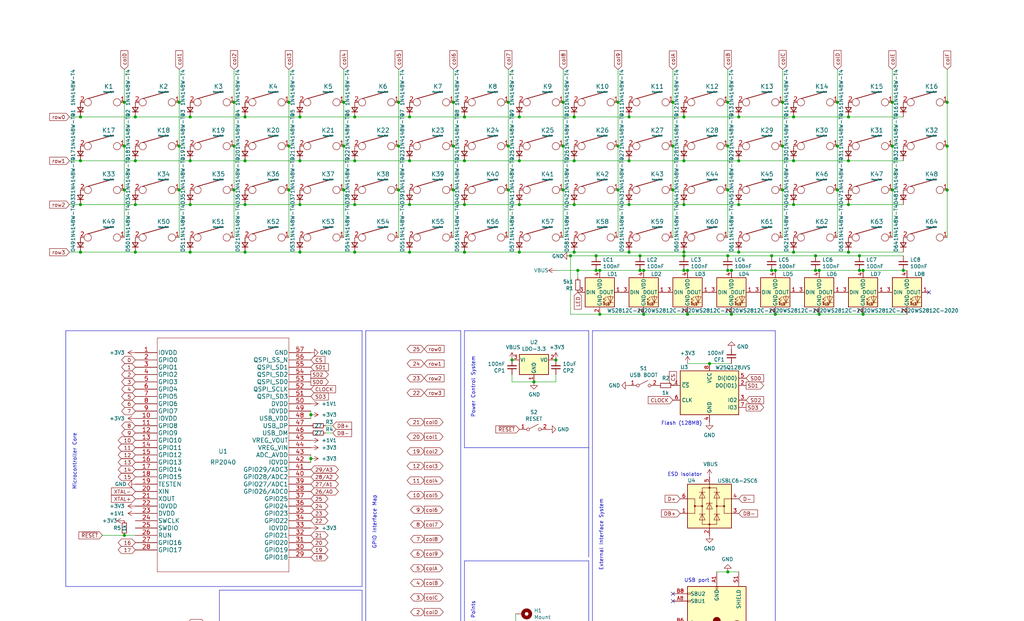
<source format=kicad_sch>
(kicad_sch (version 20230121) (generator eeschema)
  (paper "USLegal")
  (junction (at 161.29 40.64))
  (junction (at 254 109.22))
  (junction (at 142.24 71.12))
  (junction (at 256.54 40.64))
  (junction (at 328.93 35.56))
  (junction (at 46.99 87.63))
  (junction (at 275.59 55.88))
  (junction (at 208.28 109.22))
  (junction (at 309.88 35.56))
  (junction (at 85.09 71.12))
  (junction (at 66.04 87.63))
  (junction (at 81.28 66.04))
  (junction (at 199.39 71.12))
  (junction (at 252.73 50.8))
  (junction (at 110.49 262.255))
  (junction (at 179.07 223.52))
  (junction (at 218.44 87.63))
  (junction (at 85.09 40.64))
  (junction (at 269.24 93.98))
  (junction (at 64.77 267.335))
  (junction (at 252.73 35.56))
  (junction (at 81.28 50.8))
  (junction (at 275.59 87.63))
  (junction (at 218.44 71.12))
  (junction (at 104.14 87.63))
  (junction (at 180.34 71.12))
  (junction (at 195.58 35.56))
  (junction (at 237.49 93.98))
  (junction (at 119.38 35.56))
  (junction (at 123.19 87.63))
  (junction (at 299.72 109.22))
  (junction (at 228.6 230.505))
  (junction (at 66.04 40.64))
  (junction (at 104.14 71.12))
  (junction (at 328.93 50.8))
  (junction (at 64.77 262.255))
  (junction (at 313.69 93.98))
  (junction (at 290.83 66.04))
  (junction (at 43.18 66.04))
  (junction (at 43.18 186.055))
  (junction (at 157.48 35.56))
  (junction (at 27.94 71.12))
  (junction (at 233.68 35.56))
  (junction (at 161.29 71.12))
  (junction (at 238.76 109.22))
  (junction (at 237.49 88.9))
  (junction (at 133.35 267.335))
  (junction (at 138.43 50.8))
  (junction (at 76.2 262.255))
  (junction (at 62.23 66.04))
  (junction (at 121.92 262.255))
  (junction (at 43.18 35.56))
  (junction (at 218.44 55.88))
  (junction (at 39.37 262.255))
  (junction (at 271.78 35.56))
  (junction (at 222.25 88.9))
  (junction (at 267.97 93.98))
  (junction (at 237.49 87.63))
  (junction (at 283.21 93.98))
  (junction (at 290.83 50.8))
  (junction (at 107.95 159.385))
  (junction (at 99.06 262.255))
  (junction (at 177.8 125.095))
  (junction (at 62.23 50.8))
  (junction (at 284.48 109.22))
  (junction (at 161.29 87.63))
  (junction (at 142.24 87.63))
  (junction (at 138.43 66.04))
  (junction (at 233.68 50.8))
  (junction (at 328.93 66.04))
  (junction (at 199.39 87.63))
  (junction (at 85.09 55.88))
  (junction (at 222.25 93.98))
  (junction (at 85.09 87.63))
  (junction (at 119.38 66.04))
  (junction (at 46.99 55.88))
  (junction (at 284.48 93.98))
  (junction (at 208.28 93.98))
  (junction (at 214.63 50.8))
  (junction (at 271.78 66.04))
  (junction (at 157.48 50.8))
  (junction (at 252.73 66.04))
  (junction (at 233.68 66.04))
  (junction (at 269.24 109.22))
  (junction (at 46.99 71.12))
  (junction (at 256.54 87.63))
  (junction (at 176.53 66.04))
  (junction (at 87.63 262.255))
  (junction (at 238.76 93.98))
  (junction (at 256.54 55.88))
  (junction (at 193.04 125.095))
  (junction (at 298.45 88.9))
  (junction (at 218.44 40.64))
  (junction (at 66.04 71.12))
  (junction (at 252.73 88.9))
  (junction (at 271.78 50.8))
  (junction (at 207.01 93.98))
  (junction (at 179.07 220.98))
  (junction (at 199.39 40.64))
  (junction (at 254 93.98))
  (junction (at 237.49 40.64))
  (junction (at 223.52 93.98))
  (junction (at 214.63 66.04))
  (junction (at 100.33 66.04))
  (junction (at 161.29 55.88))
  (junction (at 195.58 66.04))
  (junction (at 157.48 66.04))
  (junction (at 62.23 35.56))
  (junction (at 198.12 88.9))
  (junction (at 176.53 35.56))
  (junction (at 237.49 55.88))
  (junction (at 185.42 132.715))
  (junction (at 27.94 40.64))
  (junction (at 121.92 267.335))
  (junction (at 123.19 71.12))
  (junction (at 237.49 71.12))
  (junction (at 104.14 55.88))
  (junction (at 246.38 126.365))
  (junction (at 195.58 50.8))
  (junction (at 76.2 267.335))
  (junction (at 180.34 55.88))
  (junction (at 256.54 71.12))
  (junction (at 87.63 267.335))
  (junction (at 214.63 35.56))
  (junction (at 298.45 93.98))
  (junction (at 223.52 109.22))
  (junction (at 27.94 87.63))
  (junction (at 138.43 35.56))
  (junction (at 294.64 87.63))
  (junction (at 81.28 35.56))
  (junction (at 252.73 198.755))
  (junction (at 180.34 40.64))
  (junction (at 283.21 88.9))
  (junction (at 123.19 55.88))
  (junction (at 180.34 87.63))
  (junction (at 252.73 93.98))
  (junction (at 179.07 218.44))
  (junction (at 142.24 55.88))
  (junction (at 107.95 144.145))
  (junction (at 99.06 267.335))
  (junction (at 200.66 93.98))
  (junction (at 100.33 50.8))
  (junction (at 290.83 35.56))
  (junction (at 294.64 55.88))
  (junction (at 199.39 55.88))
  (junction (at 294.64 40.64))
  (junction (at 110.49 267.335))
  (junction (at 207.01 88.9))
  (junction (at 27.94 55.88))
  (junction (at 43.18 50.8))
  (junction (at 46.99 40.64))
  (junction (at 142.24 40.64))
  (junction (at 267.97 88.9))
  (junction (at 119.38 50.8))
  (junction (at 309.88 66.04))
  (junction (at 133.35 262.255))
  (junction (at 275.59 40.64))
  (junction (at 294.64 71.12))
  (junction (at 104.14 40.64))
  (junction (at 123.19 40.64))
  (junction (at 39.37 267.335))
  (junction (at 66.04 55.88))
  (junction (at 275.59 71.12))
  (junction (at 176.53 50.8))
  (junction (at 299.72 93.98))
  (junction (at 309.88 50.8))
  (junction (at 100.33 35.56))
  (no_connect (at 233.68 206.375))
  (no_connect (at 233.68 208.915))
  (no_connect (at 322.58 101.6))
  (wire (pts (xy 237.49 87.63) (xy 218.44 87.63)))
  (wire (pts (xy 180.34 87.63) (xy 161.29 87.63)))
  (wire (pts (xy 328.93 35.56) (xy 328.93 50.8)))
  (wire (pts (xy 46.99 87.63) (xy 27.94 87.63)))
  (wire (pts (xy 237.49 40.64) (xy 256.54 40.64)))
  (wire (pts (xy 85.09 71.12) (xy 104.14 71.12)))
  (wire (pts (xy 157.48 35.56) (xy 157.48 50.8)))
  (polyline (pts (xy 22.86 282.575) (xy 160.02 282.575)))
  (wire (pts (xy 267.97 88.9) (xy 283.21 88.9)))
  (wire (pts (xy 123.19 71.12) (xy 142.24 71.12)))
  (polyline (pts (xy 125.73 205.105) (xy 125.73 250.825)))
  (wire (pts (xy 290.83 66.04) (xy 290.83 82.55)))
  (wire (pts (xy 104.14 71.12) (xy 123.19 71.12)))
  (wire (pts (xy 62.23 50.8) (xy 62.23 66.04)))
  (wire (pts (xy 107.95 142.875) (xy 107.95 144.145)))
  (wire (pts (xy 133.35 267.335) (xy 121.92 267.335)))
  (wire (pts (xy 142.24 40.64) (xy 161.29 40.64)))
  (wire (pts (xy 256.54 55.88) (xy 237.49 55.88)))
  (wire (pts (xy 119.38 24.13) (xy 119.38 35.56)))
  (wire (pts (xy 161.29 71.12) (xy 180.34 71.12)))
  (wire (pts (xy 207.01 93.98) (xy 208.28 93.98)))
  (wire (pts (xy 256.54 71.12) (xy 275.59 71.12)))
  (polyline (pts (xy 161.29 114.935) (xy 161.29 155.575)))
  (wire (pts (xy 138.43 50.8) (xy 138.43 66.04)))
  (wire (pts (xy 283.21 93.98) (xy 284.48 93.98)))
  (wire (pts (xy 39.37 262.255) (xy 34.29 262.255)))
  (wire (pts (xy 252.73 35.56) (xy 252.73 24.13)))
  (wire (pts (xy 199.39 71.12) (xy 218.44 71.12)))
  (wire (pts (xy 119.38 50.8) (xy 119.38 66.04)))
  (wire (pts (xy 252.73 50.8) (xy 252.73 66.04)))
  (wire (pts (xy 275.59 40.64) (xy 294.64 40.64)))
  (polyline (pts (xy 269.24 114.935) (xy 269.24 250.825)))
  (wire (pts (xy 24.13 40.64) (xy 27.94 40.64)))
  (polyline (pts (xy 125.73 205.105) (xy 76.2 205.105)))
  (wire (pts (xy 309.88 50.8) (xy 309.88 66.04)))
  (wire (pts (xy 290.83 35.56) (xy 290.83 24.13)))
  (polyline (pts (xy 76.2 250.825) (xy 125.73 250.825)))
  (wire (pts (xy 199.39 40.64) (xy 218.44 40.64)))
  (wire (pts (xy 269.24 93.98) (xy 283.21 93.98)))
  (wire (pts (xy 208.28 93.98) (xy 222.25 93.98)))
  (wire (pts (xy 24.13 71.12) (xy 27.94 71.12)))
  (wire (pts (xy 100.33 66.04) (xy 100.33 82.55)))
  (wire (pts (xy 100.33 35.56) (xy 100.33 50.8)))
  (wire (pts (xy 121.92 267.335) (xy 110.49 267.335)))
  (polyline (pts (xy 204.47 193.675) (xy 204.47 155.575)))
  (wire (pts (xy 66.04 55.88) (xy 46.99 55.88)))
  (wire (pts (xy 94.615 222.885) (xy 94.615 226.06)))
  (wire (pts (xy 199.39 55.88) (xy 180.34 55.88)))
  (polyline (pts (xy 160.02 250.825) (xy 160.02 114.935)))
  (wire (pts (xy 252.73 93.98) (xy 254 93.98)))
  (wire (pts (xy 233.68 66.04) (xy 233.68 82.55)))
  (polyline (pts (xy 160.02 252.095) (xy 22.86 252.095)))
  (wire (pts (xy 195.58 24.13) (xy 195.58 35.56)))
  (wire (pts (xy 180.34 71.12) (xy 199.39 71.12)))
  (wire (pts (xy 43.18 66.04) (xy 43.18 82.55)))
  (wire (pts (xy 193.04 93.98) (xy 200.66 93.98)))
  (wire (pts (xy 298.45 88.9) (xy 313.69 88.9)))
  (wire (pts (xy 195.58 35.56) (xy 195.58 50.8)))
  (wire (pts (xy 87.63 262.255) (xy 76.2 262.255)))
  (wire (pts (xy 66.04 87.63) (xy 46.99 87.63)))
  (wire (pts (xy 27.94 40.64) (xy 46.99 40.64)))
  (wire (pts (xy 66.04 71.12) (xy 85.09 71.12)))
  (wire (pts (xy 328.93 50.8) (xy 328.93 66.04)))
  (wire (pts (xy 115.57 147.955) (xy 113.03 147.955)))
  (wire (pts (xy 238.76 93.98) (xy 252.73 93.98)))
  (wire (pts (xy 76.2 262.255) (xy 64.77 262.255)))
  (wire (pts (xy 81.28 50.8) (xy 81.28 66.04)))
  (wire (pts (xy 198.12 88.9) (xy 198.12 109.22)))
  (wire (pts (xy 275.59 71.12) (xy 294.64 71.12)))
  (wire (pts (xy 177.8 132.715) (xy 185.42 132.715)))
  (wire (pts (xy 123.19 55.88) (xy 104.14 55.88)))
  (wire (pts (xy 62.23 24.13) (xy 62.23 35.56)))
  (wire (pts (xy 81.28 66.04) (xy 81.28 82.55)))
  (wire (pts (xy 85.09 87.63) (xy 66.04 87.63)))
  (wire (pts (xy 44.45 262.255) (xy 39.37 262.255)))
  (wire (pts (xy 119.38 66.04) (xy 119.38 82.55)))
  (wire (pts (xy 284.48 109.22) (xy 299.72 109.22)))
  (wire (pts (xy 179.07 218.44) (xy 179.07 213.36)))
  (wire (pts (xy 223.52 109.22) (xy 238.76 109.22)))
  (wire (pts (xy 179.07 223.52) (xy 179.07 228.6)))
  (polyline (pts (xy 204.47 114.935) (xy 204.47 155.575)))
  (wire (pts (xy 228.6 229.235) (xy 228.6 230.505)))
  (wire (pts (xy 133.35 262.255) (xy 121.92 262.255)))
  (wire (pts (xy 198.12 88.9) (xy 207.01 88.9)))
  (polyline (pts (xy 76.2 205.105) (xy 76.2 250.825)))
  (wire (pts (xy 237.49 71.12) (xy 256.54 71.12)))
  (wire (pts (xy 309.88 35.56) (xy 309.88 50.8)))
  (wire (pts (xy 198.12 109.22) (xy 208.28 109.22)))
  (polyline (pts (xy 204.47 194.945) (xy 204.47 250.825)))
  (wire (pts (xy 299.72 109.22) (xy 314.96 109.22)))
  (wire (pts (xy 283.21 88.9) (xy 298.45 88.9)))
  (wire (pts (xy 94.615 231.14) (xy 94.615 234.315)))
  (wire (pts (xy 39.37 267.335) (xy 34.29 267.335)))
  (wire (pts (xy 107.95 144.145) (xy 107.95 145.415)))
  (wire (pts (xy 238.76 109.22) (xy 254 109.22)))
  (wire (pts (xy 214.63 35.56) (xy 214.63 24.13)))
  (wire (pts (xy 233.68 24.13) (xy 233.68 35.56)))
  (polyline (pts (xy 125.73 203.835) (xy 22.86 203.835)))
  (wire (pts (xy 313.69 93.98) (xy 314.96 93.98)))
  (wire (pts (xy 115.57 150.495) (xy 113.03 150.495)))
  (wire (pts (xy 27.94 71.12) (xy 46.99 71.12)))
  (wire (pts (xy 185.42 132.715) (xy 193.04 132.715)))
  (wire (pts (xy 267.97 93.98) (xy 269.24 93.98)))
  (wire (pts (xy 233.68 50.8) (xy 233.68 66.04)))
  (wire (pts (xy 237.49 93.98) (xy 238.76 93.98)))
  (wire (pts (xy 222.25 93.98) (xy 223.52 93.98)))
  (wire (pts (xy 144.78 267.335) (xy 133.35 267.335)))
  (wire (pts (xy 161.29 55.88) (xy 142.24 55.88)))
  (wire (pts (xy 275.59 55.88) (xy 256.54 55.88)))
  (wire (pts (xy 193.04 132.715) (xy 193.04 130.175)))
  (wire (pts (xy 87.63 267.335) (xy 76.2 267.335)))
  (wire (pts (xy 107.95 158.115) (xy 107.95 159.385)))
  (wire (pts (xy 294.64 55.88) (xy 275.59 55.88)))
  (wire (pts (xy 64.77 267.335) (xy 53.34 267.335)))
  (wire (pts (xy 81.28 35.56) (xy 81.28 50.8)))
  (wire (pts (xy 157.48 50.8) (xy 157.48 66.04)))
  (wire (pts (xy 252.73 66.04) (xy 252.73 82.55)))
  (wire (pts (xy 271.78 82.55) (xy 271.78 66.04)))
  (wire (pts (xy 309.88 66.04) (xy 309.88 82.55)))
  (wire (pts (xy 43.18 50.8) (xy 43.18 66.04)))
  (polyline (pts (xy 161.29 194.945) (xy 204.47 194.945)))
  (wire (pts (xy 100.33 50.8) (xy 100.33 66.04)))
  (wire (pts (xy 99.06 267.335) (xy 87.63 267.335)))
  (wire (pts (xy 43.18 186.055) (xy 46.99 186.055)))
  (wire (pts (xy 104.14 40.64) (xy 123.19 40.64)))
  (polyline (pts (xy 22.86 114.935) (xy 125.73 114.935)))
  (wire (pts (xy 237.49 88.9) (xy 252.73 88.9)))
  (wire (pts (xy 228.6 230.505) (xy 228.6 231.775)))
  (wire (pts (xy 252.73 88.9) (xy 267.97 88.9)))
  (wire (pts (xy 313.69 55.88) (xy 294.64 55.88)))
  (wire (pts (xy 284.48 93.98) (xy 298.45 93.98)))
  (wire (pts (xy 119.38 35.56) (xy 119.38 50.8)))
  (wire (pts (xy 177.8 130.175) (xy 177.8 132.715)))
  (wire (pts (xy 46.99 40.64) (xy 66.04 40.64)))
  (wire (pts (xy 328.93 35.56) (xy 328.93 24.13)))
  (wire (pts (xy 97.155 228.6) (xy 103.505 228.6)))
  (wire (pts (xy 123.19 87.63) (xy 104.14 87.63)))
  (wire (pts (xy 233.68 216.535) (xy 233.68 219.075)))
  (wire (pts (xy 207.01 88.9) (xy 222.25 88.9)))
  (wire (pts (xy 218.44 55.88) (xy 199.39 55.88)))
  (wire (pts (xy 157.48 24.13) (xy 157.48 35.56)))
  (wire (pts (xy 176.53 35.56) (xy 176.53 24.13)))
  (wire (pts (xy 104.14 87.63) (xy 85.09 87.63)))
  (wire (pts (xy 85.09 40.64) (xy 104.14 40.64)))
  (wire (pts (xy 200.66 93.98) (xy 207.01 93.98)))
  (wire (pts (xy 313.69 87.63) (xy 294.64 87.63)))
  (wire (pts (xy 328.93 66.04) (xy 328.93 82.55)))
  (wire (pts (xy 43.18 35.56) (xy 43.18 24.13)))
  (wire (pts (xy 138.43 35.56) (xy 138.43 24.13)))
  (polyline (pts (xy 160.02 282.575) (xy 160.02 252.095)))
  (wire (pts (xy 233.68 221.615) (xy 233.68 224.155)))
  (wire (pts (xy 104.14 55.88) (xy 85.09 55.88)))
  (wire (pts (xy 294.64 71.12) (xy 313.69 71.12)))
  (wire (pts (xy 179.07 220.98) (xy 179.07 223.52)))
  (wire (pts (xy 24.13 87.63) (xy 27.94 87.63)))
  (wire (pts (xy 94.615 234.315) (xy 107.315 234.315)))
  (polyline (pts (xy 205.74 250.825) (xy 205.74 114.935)))
  (wire (pts (xy 176.53 66.04) (xy 176.53 82.55)))
  (wire (pts (xy 252.73 35.56) (xy 252.73 50.8)))
  (wire (pts (xy 100.33 35.56) (xy 100.33 24.13)))
  (polyline (pts (xy 125.73 114.935) (xy 125.73 203.835)))
  (wire (pts (xy 138.43 35.56) (xy 138.43 50.8)))
  (wire (pts (xy 271.78 50.8) (xy 271.78 35.56)))
  (wire (pts (xy 256.54 40.64) (xy 275.59 40.64)))
  (wire (pts (xy 66.04 40.64) (xy 85.09 40.64)))
  (wire (pts (xy 254 109.22) (xy 269.24 109.22)))
  (wire (pts (xy 24.13 55.88) (xy 27.94 55.88)))
  (wire (pts (xy 218.44 87.63) (xy 199.39 87.63)))
  (wire (pts (xy 64.77 262.255) (xy 53.34 262.255)))
  (wire (pts (xy 161.29 40.64) (xy 180.34 40.64)))
  (wire (pts (xy 121.92 262.255) (xy 110.49 262.255)))
  (polyline (pts (xy 205.74 114.935) (xy 269.24 114.935)))
  (polyline (pts (xy 22.86 203.835) (xy 22.86 114.935)))
  (wire (pts (xy 294.64 87.63) (xy 275.59 87.63)))
  (polyline (pts (xy 127 114.935) (xy 127 250.825)))
  (wire (pts (xy 62.23 66.04) (xy 62.23 82.55)))
  (wire (pts (xy 110.49 267.335) (xy 99.06 267.335)))
  (wire (pts (xy 290.83 50.8) (xy 290.83 66.04)))
  (wire (pts (xy 214.63 50.8) (xy 214.63 66.04)))
  (wire (pts (xy 142.24 71.12) (xy 161.29 71.12)))
  (polyline (pts (xy 204.47 114.935) (xy 161.29 114.935)))
  (wire (pts (xy 85.09 55.88) (xy 66.04 55.88)))
  (wire (pts (xy 138.43 66.04) (xy 138.43 82.55)))
  (wire (pts (xy 199.39 87.63) (xy 180.34 87.63)))
  (polyline (pts (xy 269.24 250.825) (xy 205.74 250.825)))
  (wire (pts (xy 256.54 198.755) (xy 252.73 198.755)))
  (wire (pts (xy 200.66 96.52) (xy 200.66 93.98)))
  (wire (pts (xy 99.06 262.255) (xy 87.63 262.255)))
  (polyline (pts (xy 160.02 114.935) (xy 127 114.935)))
  (wire (pts (xy 144.78 262.255) (xy 133.35 262.255)))
  (wire (pts (xy 179.07 218.44) (xy 179.07 220.98)))
  (polyline (pts (xy 161.29 155.575) (xy 204.47 155.575)))
  (wire (pts (xy 299.72 93.98) (xy 313.69 93.98)))
  (wire (pts (xy 246.38 126.365) (xy 254 126.365)))
  (polyline (pts (xy 161.29 250.825) (xy 161.29 194.945)))
  (wire (pts (xy 208.28 109.22) (xy 223.52 109.22)))
  (wire (pts (xy 218.44 40.64) (xy 237.49 40.64)))
  (wire (pts (xy 271.78 24.13) (xy 271.78 35.56)))
  (polyline (pts (xy 204.47 250.825) (xy 161.29 250.825)))
  (wire (pts (xy 94.615 222.885) (xy 102.235 222.885)))
  (wire (pts (xy 214.63 66.04) (xy 214.63 82.55)))
  (wire (pts (xy 294.64 40.64) (xy 313.69 40.64)))
  (wire (pts (xy 252.73 198.755) (xy 248.92 198.755)))
  (wire (pts (xy 298.45 93.98) (xy 299.72 93.98)))
  (wire (pts (xy 176.53 35.56) (xy 176.53 50.8)))
  (wire (pts (xy 254 93.98) (xy 267.97 93.98)))
  (wire (pts (xy 46.99 55.88) (xy 27.94 55.88)))
  (wire (pts (xy 157.48 66.04) (xy 157.48 82.55)))
  (wire (pts (xy 218.44 71.12) (xy 237.49 71.12)))
  (wire (pts (xy 271.78 66.04) (xy 271.78 50.8)))
  (wire (pts (xy 62.23 35.56) (xy 62.23 50.8)))
  (wire (pts (xy 142.24 55.88) (xy 123.19 55.88)))
  (wire (pts (xy 233.68 35.56) (xy 233.68 50.8)))
  (wire (pts (xy 161.29 87.63) (xy 142.24 87.63)))
  (wire (pts (xy 46.99 71.12) (xy 66.04 71.12)))
  (wire (pts (xy 290.83 35.56) (xy 290.83 50.8)))
  (wire (pts (xy 81.28 24.13) (xy 81.28 35.56)))
  (wire (pts (xy 195.58 66.04) (xy 195.58 82.55)))
  (wire (pts (xy 275.59 87.63) (xy 256.54 87.63)))
  (wire (pts (xy 238.76 126.365) (xy 246.38 126.365)))
  (wire (pts (xy 214.63 35.56) (xy 214.63 50.8)))
  (wire (pts (xy 256.54 87.63) (xy 237.49 87.63)))
  (wire (pts (xy 76.2 267.335) (xy 64.77 267.335)))
  (wire (pts (xy 222.25 88.9) (xy 237.49 88.9)))
  (wire (pts (xy 107.95 159.385) (xy 107.95 160.655)))
  (wire (pts (xy 180.34 40.64) (xy 199.39 40.64)))
  (wire (pts (xy 269.24 109.22) (xy 284.48 109.22)))
  (wire (pts (xy 237.49 55.88) (xy 218.44 55.88)))
  (wire (pts (xy 142.24 87.63) (xy 123.19 87.63)))
  (polyline (pts (xy 22.86 282.575) (xy 22.86 252.095)))
  (wire (pts (xy 223.52 93.98) (xy 237.49 93.98)))
  (wire (pts (xy 110.49 262.255) (xy 99.06 262.255)))
  (wire (pts (xy 44.45 267.335) (xy 39.37 267.335)))
  (wire (pts (xy 123.19 40.64) (xy 142.24 40.64)))
  (polyline (pts (xy 127 250.825) (xy 160.02 250.825)))
  (wire (pts (xy 195.58 50.8) (xy 195.58 66.04)))
  (wire (pts (xy 309.88 24.13) (xy 309.88 35.56)))
  (wire (pts (xy 176.53 50.8) (xy 176.53 66.04)))
  (wire (pts (xy 35.56 186.055) (xy 43.18 186.055)))
  (wire (pts (xy 180.34 55.88) (xy 161.29 55.88)))
  (wire (pts (xy 43.18 35.56) (xy 43.18 50.8)))
  (text "Flash (128MB)" (at 243.84 147.955 0) (effects (font (size 1.27 1.27)) (justify right bottom)))
  (text "USB port" (at 246.38 202.565 0) (effects (font (size 1.27 1.27)) (justify right bottom)))
  (text "ESD Isolator" (at 243.84 165.735 0) (effects (font (size 1.27 1.27)) (justify right bottom)))
  (text "Power Control System" (at 165.1 123.825 90) (effects (font (size 1.27 1.27)) (justify right bottom)))
  (text "Chassis Ground Mount Points" (at 165.1 208.915 90) (effects (font (size 1.27 1.27)) (justify right bottom)))
  (text "Microcontroller Core" (at 26.67 150.495 90) (effects (font (size 1.27 1.27)) (justify right bottom)))
  (text "GPIO Interface Map" (at 130.81 172.085 90) (effects (font (size 1.27 1.27)) (justify right bottom)))
  (text "External Interface System" (at 209.55 173.355 90) (effects (font (size 1.27 1.27)) (justify right bottom)))
  (text "Clock Reference" (at 80.01 220.345 90) (effects (font (size 1.27 1.27)) (justify right bottom)))
  (text "Microcontroller Power Regulation" (at 76.2 280.035 0) (effects (font (size 1.27 1.27)) (justify left bottom)))
  (global_label "4" (shape bidirectional) (at 46.99 135.255 180) (property "Intersheetrefs" "${INTERSHEET_REFS}" (effects hide)))
  (global_label "23" (shape bidirectional) (at 147.32 131.445 180) (property "Intersheetrefs" "${INTERSHEET_REFS}" (effects hide)))
  (global_label "vUSB" (shape input) (at 233.68 236.855 270) (property "Intersheetrefs" "${INTERSHEET_REFS}" (effects hide)))
  (global_label "22" (shape bidirectional) (at 147.32 136.525 180) (property "Intersheetrefs" "${INTERSHEET_REFS}" (effects hide)))
  (global_label "16" (shape bidirectional) (at 71.12 224.155 180) (property "Intersheetrefs" "${INTERSHEET_REFS}" (effects hide)))
  (global_label "col3" (shape output) (at 147.32 161.925 0) (property "Intersheetrefs" "${INTERSHEET_REFS}" (effects hide)))
  (global_label "SD2" (shape input) (at 259.08 139.065 0) (property "Intersheetrefs" "${INTERSHEET_REFS}" (effects hide)))
  (global_label "row1" (shape input) (at 24.13 55.88 180) (property "Intersheetrefs" "${INTERSHEET_REFS}" (effects hide)))
  (global_label "colF" (shape input) (at 328.93 24.13 90) (property "Intersheetrefs" "${INTERSHEET_REFS}" (effects hide)))
  (global_label "19" (shape bidirectional) (at 147.32 156.845 180) (property "Intersheetrefs" "${INTERSHEET_REFS}" (effects hide)))
  (global_label "8" (shape bidirectional) (at 147.32 182.245 180) (property "Intersheetrefs" "${INTERSHEET_REFS}" (effects hide)))
  (global_label "3" (shape bidirectional) (at 147.32 207.645 180) (property "Intersheetrefs" "${INTERSHEET_REFS}" (effects hide)))
  (global_label "SD1" (shape output) (at 259.08 133.985 0) (property "Intersheetrefs" "${INTERSHEET_REFS}" (effects hide)))
  (global_label "col1" (shape input) (at 62.23 24.13 90) (property "Intersheetrefs" "${INTERSHEET_REFS}" (effects hide)))
  (global_label "11" (shape bidirectional) (at 46.99 155.575 180) (property "Intersheetrefs" "${INTERSHEET_REFS}" (effects hide)))
  (global_label "1" (shape bidirectional) (at 46.99 127.635 180) (property "Intersheetrefs" "${INTERSHEET_REFS}" (effects hide)))
  (global_label "row2" (shape input) (at 147.32 131.445 0) (property "Intersheetrefs" "${INTERSHEET_REFS}" (effects hide)))
  (global_label "CS" (shape input) (at 107.95 125.095 0) (property "Intersheetrefs" "${INTERSHEET_REFS}" (effects hide)))
  (global_label "29{slash}A3" (shape bidirectional) (at 71.12 231.775 180) (property "Intersheetrefs" "${INTERSHEET_REFS}" (effects hide)))
  (global_label "col0" (shape output) (at 147.32 146.685 0) (property "Intersheetrefs" "${INTERSHEET_REFS}" (effects hide)))
  (global_label "8" (shape bidirectional) (at 46.99 147.955 180) (property "Intersheetrefs" "${INTERSHEET_REFS}" (effects hide)))
  (global_label "12" (shape bidirectional) (at 147.32 161.925 180) (property "Intersheetrefs" "${INTERSHEET_REFS}" (effects hide)))
  (global_label "col4" (shape input) (at 119.38 24.13 90) (property "Intersheetrefs" "${INTERSHEET_REFS}" (effects hide)))
  (global_label "colC" (shape output) (at 147.32 207.645 0) (property "Intersheetrefs" "${INTERSHEET_REFS}" (effects hide)))
  (global_label "26{slash}A0" (shape bidirectional) (at 107.95 170.815 0) (property "Intersheetrefs" "${INTERSHEET_REFS}" (effects hide)))
  (global_label "11" (shape bidirectional) (at 147.32 167.005 180) (property "Intersheetrefs" "${INTERSHEET_REFS}" (effects hide)))
  (global_label "~{RESET}" (shape input) (at 35.56 186.055 180) (property "Intersheetrefs" "${INTERSHEET_REFS}" (effects hide)))
  (global_label "4" (shape bidirectional) (at 147.32 202.565 180) (property "Intersheetrefs" "${INTERSHEET_REFS}" (effects hide)))
  (global_label "25" (shape bidirectional) (at 147.32 121.285 180) (property "Intersheetrefs" "${INTERSHEET_REFS}" (effects hide)))
  (global_label "9" (shape bidirectional) (at 147.32 177.165 180) (property "Intersheetrefs" "${INTERSHEET_REFS}" (effects hide)))
  (global_label "16" (shape bidirectional) (at 46.99 188.595 180) (property "Intersheetrefs" "${INTERSHEET_REFS}" (effects hide)))
  (global_label "15" (shape bidirectional) (at 71.12 221.615 180) (property "Intersheetrefs" "${INTERSHEET_REFS}" (effects hide)))
  (global_label "col0" (shape input) (at 43.18 24.13 90) (property "Intersheetrefs" "${INTERSHEET_REFS}" (effects hide)))
  (global_label "col2" (shape input) (at 81.28 24.13 90) (property "Intersheetrefs" "${INTERSHEET_REFS}" (effects hide)))
  (global_label "col2" (shape output) (at 147.32 156.845 0) (property "Intersheetrefs" "${INTERSHEET_REFS}" (effects hide)))
  (global_label "SD1" (shape input) (at 107.95 127.635 0) (property "Intersheetrefs" "${INTERSHEET_REFS}" (effects hide)))
  (global_label "0" (shape bidirectional) (at 46.99 125.095 180) (property "Intersheetrefs" "${INTERSHEET_REFS}" (effects hide)))
  (global_label "18" (shape bidirectional) (at 107.95 193.675 0) (property "Intersheetrefs" "${INTERSHEET_REFS}" (effects hide)))
  (global_label "DB+" (shape input) (at 236.22 178.435 180) (property "Intersheetrefs" "${INTERSHEET_REFS}" (effects hide)))
  (global_label "22" (shape bidirectional) (at 107.95 180.975 0) (property "Intersheetrefs" "${INTERSHEET_REFS}" (effects hide)))
  (global_label "10" (shape bidirectional) (at 147.32 172.085 180) (property "Intersheetrefs" "${INTERSHEET_REFS}" (effects hide)))
  (global_label "2" (shape bidirectional) (at 46.99 130.175 180) (property "Intersheetrefs" "${INTERSHEET_REFS}" (effects hide)))
  (global_label "LED" (shape input) (at 200.66 101.6 270) (property "Intersheetrefs" "${INTERSHEET_REFS}" (effects hide)))
  (global_label "23" (shape bidirectional) (at 107.95 178.435 0) (property "Intersheetrefs" "${INTERSHEET_REFS}" (effects hide)))
  (global_label "D+" (shape input) (at 236.22 173.355 180) (property "Intersheetrefs" "${INTERSHEET_REFS}" (effects hide)))
  (global_label "XOUT" (shape input) (at 107.315 222.885 0) (property "Intersheetrefs" "${INTERSHEET_REFS}" (effects hide)))
  (global_label "14" (shape bidirectional) (at 46.99 163.195 180) (property "Intersheetrefs" "${INTERSHEET_REFS}" (effects hide)))
  (global_label "D-" (shape input) (at 256.54 173.355 0) (property "Intersheetrefs" "${INTERSHEET_REFS}" (effects hide)))
  (global_label "28{slash}A2" (shape bidirectional) (at 107.95 165.735 0) (property "Intersheetrefs" "${INTERSHEET_REFS}" (effects hide)))
  (global_label "row1" (shape input) (at 147.32 126.365 0) (property "Intersheetrefs" "${INTERSHEET_REFS}" (effects hide)))
  (global_label "CLOCK" (shape input) (at 107.95 135.255 0) (property "Intersheetrefs" "${INTERSHEET_REFS}" (effects hide)))
  (global_label "14" (shape bidirectional) (at 71.12 219.075 180) (property "Intersheetrefs" "${INTERSHEET_REFS}" (effects hide)))
  (global_label "SD0" (shape input) (at 259.08 131.445 0) (property "Intersheetrefs" "${INTERSHEET_REFS}" (effects hide)))
  (global_label "25" (shape bidirectional) (at 107.95 173.355 0) (property "Intersheetrefs" "${INTERSHEET_REFS}" (effects hide)))
  (global_label "colA" (shape output) (at 147.32 197.485 0) (property "Intersheetrefs" "${INTERSHEET_REFS}" (effects hide)))
  (global_label "6" (shape bidirectional) (at 46.99 140.335 180) (property "Intersheetrefs" "${INTERSHEET_REFS}" (effects hide)))
  (global_label "colE" (shape input) (at 309.88 24.13 90) (property "Intersheetrefs" "${INTERSHEET_REFS}" (effects hide)))
  (global_label "DB-" (shape input) (at 256.54 178.435 0) (property "Intersheetrefs" "${INTERSHEET_REFS}" (effects hide)))
  (global_label "D-" (shape input) (at 233.68 221.615 180) (property "Intersheetrefs" "${INTERSHEET_REFS}" (effects hide)))
  (global_label "row0" (shape input) (at 147.32 121.285 0) (property "Intersheetrefs" "${INTERSHEET_REFS}" (effects hide)))
  (global_label "row0" (shape input) (at 24.13 40.64 180) (property "Intersheetrefs" "${INTERSHEET_REFS}" (effects hide)))
  (global_label "col7" (shape input) (at 176.53 24.13 90) (property "Intersheetrefs" "${INTERSHEET_REFS}" (effects hide)))
  (global_label "CS" (shape input) (at 233.68 133.985 90) (property "Intersheetrefs" "${INTERSHEET_REFS}" (effects hide)))
  (global_label "0" (shape bidirectional) (at 147.32 222.885 180) (property "Intersheetrefs" "${INTERSHEET_REFS}" (effects hide)))
  (global_label "colB" (shape input) (at 252.73 24.13 90) (property "Intersheetrefs" "${INTERSHEET_REFS}" (effects hide)))
  (global_label "5" (shape bidirectional) (at 147.32 197.485 180) (property "Intersheetrefs" "${INTERSHEET_REFS}" (effects hide)))
  (global_label "SD3" (shape output) (at 259.08 141.605 0) (property "Intersheetrefs" "${INTERSHEET_REFS}" (effects hide)))
  (global_label "6" (shape bidirectional) (at 147.32 192.405 180) (property "Intersheetrefs" "${INTERSHEET_REFS}" (effects hide)))
  (global_label "20" (shape bidirectional) (at 147.32 151.765 180) (property "Intersheetrefs" "${INTERSHEET_REFS}" (effects hide)))
  (global_label "27{slash}A1" (shape bidirectional) (at 107.95 168.275 0) (property "Intersheetrefs" "${INTERSHEET_REFS}" (effects hide)))
  (global_label "LED" (shape output) (at 147.32 233.045 0) (property "Intersheetrefs" "${INTERSHEET_REFS}" (effects hide)))
  (global_label "18" (shape bidirectional) (at 71.12 229.235 180) (property "Intersheetrefs" "${INTERSHEET_REFS}" (effects hide)))
  (global_label "colE" (shape output) (at 147.32 217.805 0) (property "Intersheetrefs" "${INTERSHEET_REFS}" (effects hide)))
  (global_label "10" (shape bidirectional) (at 46.99 153.035 180) (property "Intersheetrefs" "${INTERSHEET_REFS}" (effects hide)))
  (global_label "colF" (shape output) (at 147.32 222.885 0) (property "Intersheetrefs" "${INTERSHEET_REFS}" (effects hide)))
  (global_label "SD0" (shape output) (at 107.95 132.715 0) (property "Intersheetrefs" "${INTERSHEET_REFS}" (effects hide)))
  (global_label "col8" (shape input) (at 195.58 24.13 90) (property "Intersheetrefs" "${INTERSHEET_REFS}" (effects hide)))
  (global_label "7" (shape bidirectional) (at 147.32 187.325 180) (property "Intersheetrefs" "${INTERSHEET_REFS}" (effects hide)))
  (global_label "colA" (shape input) (at 233.68 24.13 90) (property "Intersheetrefs" "${INTERSHEET_REFS}" (effects hide)))
  (global_label "28{slash}A2" (shape bidirectional) (at 71.12 236.855 180) (property "Intersheetrefs" "${INTERSHEET_REFS}" (effects hide)))
  (global_label "colB" (shape output) (at 147.32 202.565 0) (property "Intersheetrefs" "${INTERSHEET_REFS}" (effects hide)))
  (global_label "13" (shape bidirectional) (at 71.12 216.535 180) (property "Intersheetrefs" "${INTERSHEET_REFS}" (effects hide)))
  (global_label "1" (shape bidirectional) (at 147.32 217.805 180) (property "Intersheetrefs" "${INTERSHEET_REFS}" (effects hide)))
  (global_label "XIN" (shape output) (at 107.315 234.315 0) (property "Intersheetrefs" "${INTERSHEET_REFS}" (effects hide)))
  (global_label "15" (shape bidirectional) (at 46.99 165.735 180) (property "Intersheetrefs" "${INTERSHEET_REFS}" (effects hide)))
  (global_label "17" (shape bidirectional) (at 71.12 226.695 180) (property "Intersheetrefs" "${INTERSHEET_REFS}" (effects hide)))
  (global_label "26{slash}A0" (shape bidirectional) (at 147.32 233.045 180) (property "Intersheetrefs" "${INTERSHEET_REFS}" (effects hide)))
  (global_label "13" (shape bidirectional) (at 46.99 160.655 180) (property "Intersheetrefs" "${INTERSHEET_REFS}" (effects hide)))
  (global_label "col4" (shape output) (at 147.32 167.005 0) (property "Intersheetrefs" "${INTERSHEET_REFS}" (effects hide)))
  (global_label "20" (shape bidirectional) (at 107.95 188.595 0) (property "Intersheetrefs" "${INTERSHEET_REFS}" (effects hide)))
  (global_label "col6" (shape input) (at 157.48 24.13 90) (property "Intersheetrefs" "${INTERSHEET_REFS}" (effects hide)))
  (global_label "col3" (shape input) (at 100.33 24.13 90) (property "Intersheetrefs" "${INTERSHEET_REFS}" (effects hide)))
  (global_label "27{slash}A1" (shape bidirectional) (at 71.12 234.315 180) (property "Intersheetrefs" "${INTERSHEET_REFS}" (effects hide)))
  (global_label "row2" (shape input) (at 24.13 71.12 180) (property "Intersheetrefs" "${INTERSHEET_REFS}" (effects hide)))
  (global_label "col6" (shape output) (at 147.32 177.165 0) (property "Intersheetrefs" "${INTERSHEET_REFS}" (effects hide)))
  (global_label "col1" (shape output) (at 147.32 151.765 0) (property "Intersheetrefs" "${INTERSHEET_REFS}" (effects hide)))
  (global_label "19" (shape bidirectional) (at 107.95 191.135 0) (property "Intersheetrefs" "${INTERSHEET_REFS}" (effects hide)))
  (global_label "col5" (shape input) (at 138.43 24.13 90) (property "Intersheetrefs" "${INTERSHEET_REFS}" (effects hide)))
  (global_label "21" (shape bidirectional) (at 147.32 146.685 180) (property "Intersheetrefs" "${INTERSHEET_REFS}" (effects hide)))
  (global_label "col5" (shape output) (at 147.32 172.085 0) (property "Intersheetrefs" "${INTERSHEET_REFS}" (effects hide)))
  (global_label "12" (shape bidirectional) (at 46.99 158.115 180) (property "Intersheetrefs" "${INTERSHEET_REFS}" (effects hide)))
  (global_label "SD2" (shape output) (at 107.95 130.175 0) (property "Intersheetrefs" "${INTERSHEET_REFS}" (effects hide)))
  (global_label "3" (shape bidirectional) (at 46.99 132.715 180) (property "Intersheetrefs" "${INTERSHEET_REFS}" (effects hide)))
  (global_label "col9" (shape output) (at 147.32 192.405 0) (property "Intersheetrefs" "${INTERSHEET_REFS}" (effects hide)))
  (global_label "D+" (shape input) (at 233.68 219.075 180) (property "Intersheetrefs" "${INTERSHEET_REFS}" (effects hide)))
  (global_label "17" (shape bidirectional) (at 46.99 191.135 180) (property "Intersheetrefs" "${INTERSHEET_REFS}" (effects hide)))
  (global_label "21" (shape bidirectional) (at 107.95 186.055 0) (property "Intersheetrefs" "${INTERSHEET_REFS}" (effects hide)))
  (global_label "col7" (shape output) (at 147.32 182.245 0) (property "Intersheetrefs" "${INTERSHEET_REFS}" (effects hide)))
  (global_label "29{slash}A3" (shape bidirectional) (at 107.95 163.195 0) (property "Intersheetrefs" "${INTERSHEET_REFS}" (effects hide)))
  (global_label "XTAL-" (shape input) (at 46.99 170.815 180) (property "Intersheetrefs" "${INTERSHEET_REFS}" (effects hide)))
  (global_label "colD" (shape output) (at 147.32 212.725 0) (property "Intersheetrefs" "${INTERSHEET_REFS}" (effects hide)))
  (global_label "DB+" (shape input) (at 115.57 147.955 0) (property "Intersheetrefs" "${INTERSHEET_REFS}" (effects hide)))
  (global_label "col9" (shape input) (at 214.63 24.13 90) (property "Intersheetrefs" "${INTERSHEET_REFS}" (effects hide)))
  (global_label "DB-" (shape input) (at 115.57 150.495 0) (property "Intersheetrefs" "${INTERSHEET_REFS}" (effects hide)))
  (global_label "5" (shape bidirectional) (at 46.99 137.795 180) (property "Intersheetrefs" "${INTERSHEET_REFS}" (effects hide)))
  (global_label "24" (shape bidirectional) (at 107.95 175.895 0) (property "Intersheetrefs" "${INTERSHEET_REFS}" (effects hide)))
  (global_label "row3" (shape input) (at 147.32 136.525 0) (property "Intersheetrefs" "${INTERSHEET_REFS}" (effects hide)))
  (global_label "SD3" (shape input) (at 107.95 137.795 0) (property "Intersheetrefs" "${INTERSHEET_REFS}" (effects hide)))
  (global_label "colD" (shape input) (at 290.83 24.13 90) (property "Intersheetrefs" "${INTERSHEET_REFS}" (effects hide)))
  (global_label "~{RESET}" (shape input) (at 180.34 149.225 180) (property "Intersheetrefs" "${INTERSHEET_REFS}" (effects hide)))
  (global_label "9" (shape bidirectional) (at 46.99 150.495 180) (property "Intersheetrefs" "${INTERSHEET_REFS}" (effects hide)))
  (global_label "col8" (shape output) (at 147.32 187.325 0) (property "Intersheetrefs" "${INTERSHEET_REFS}" (effects hide)))
  (global_label "24" (shape bidirectional) (at 147.32 126.365 180) (property "Intersheetrefs" "${INTERSHEET_REFS}" (effects hide)))
  (global_label "7" (shape bidirectional) (at 46.99 142.875 180) (property "Intersheetrefs" "${INTERSHEET_REFS}" (effects hide)))
  (global_label "2" (shape bidirectional) (at 147.32 212.725 180) (property "Intersheetrefs" "${INTERSHEET_REFS}" (effects hide)))
  (global_label "colC" (shape input) (at 271.78 24.13 90) (property "Intersheetrefs" "${INTERSHEET_REFS}" (effects hide)))
  (global_label "row3" (shape input) (at 24.13 87.63 180) (property "Intersheetrefs" "${INTERSHEET_REFS}" (effects hide)))
  (global_label "XTAL+" (shape input) (at 46.99 173.355 180) (property "Intersheetrefs" "${INTERSHEET_REFS}" (effects hide)))
  (global_label "CLOCK" (shape input) (at 233.68 139.065 180) (property "Intersheetrefs" "${INTERSHEET_REFS}" (effects hide)))
  (symbol (lib_id "power:+3V3") (at 46.99 122.555 90) (unit 1)
    (property "Reference" "#PWR04" (effects hide))
    (property "Value" "+3V3" (at 40.64 122.555 90))
  )
  (symbol (lib_id "Device:C_Small") (at 64.77 264.795 0) (unit 1)
    (property "Reference" "C4" (at 67.1068 263.6266 0) (effects (justify left)))
    (property "Value" "100nF" (at 67.1068 265.938 0) (effects (justify left)))
    (property "Footprint" "EDI:Passive_0402_1005Metric" (effects hide))
    (property "LCSC" "C1525" (effects hide))
  )
  (symbol (lib_id "HL-Mk2-rescue:KEYSW-keyboard_parts") (at 168.91 35.56 0) (unit 1)
    (property "Reference" "K8" (at 171.0944 30.0482 0) (effects (font (size 1.524 1.524))))
    (property "Value" "Keyswitch" (at 171.0944 31.9278 0) (effects (font (size 0.508 0.508))))
    (property "Footprint" "EDI:SW_Micro_SKQG-Compat" (effects hide))
    (property "LCSC" "C843669" (effects hide))
  )
  (symbol (lib_id "HL-Mk2-rescue:KEYSW-keyboard_parts") (at 207.01 50.8 0) (unit 1)
    (property "Reference" "K26" (at 209.1944 45.2882 0) (effects (font (size 1.524 1.524))))
    (property "Value" "Keyswitch" (at 209.1944 47.1678 0) (effects (font (size 0.508 0.508))))
    (property "Footprint" "EDI:SW_Micro_SKQG-Compat" (effects hide))
    (property "LCSC" "C843669" (effects hide))
  )
  (symbol (lib_id "Device:D_Small") (at 123.19 85.09 270) (mirror x) (unit 1)
    (property "Reference" "D54" (at 120.65 87.63 0) (effects (justify left)))
    (property "Value" "1N4148W-T4" (at 120.65 83.82 0) (effects (justify left)))
    (property "Footprint" "Diode_SMD:D_SOD-923" (effects hide))
    (property "LCSC" "C68948" (effects hide))
  )
  (symbol (lib_id "Device:D_Small") (at 27.94 38.1 270) (mirror x) (unit 1)
    (property "Reference" "D1" (at 25.4 40.64 0) (effects (justify left)))
    (property "Value" "1N4148W-T4" (at 25.4 36.83 0) (effects (justify left)))
    (property "Footprint" "Diode_SMD:D_SOD-923" (effects hide))
    (property "LCSC" "C68948" (effects hide))
  )
  (symbol (lib_id "Device:R_Small") (at 231.14 133.985 270) (unit 1)
    (property "Reference" "R2" (at 229.87 131.445 90) (effects (justify left)))
    (property "Value" "1k" (at 229.87 136.525 90) (effects (justify left)))
    (property "Footprint" "EDI:Passive_0402_1005Metric" (effects hide))
    (property "LCSC" "C25905" (effects hide))
  )
  (symbol (lib_id "HL-Mk3-rescue:WS2812C-EDI-Audio-HL-Mk2-rescue") (at 223.52 101.6 0) (unit 1)
    (property "Reference" "LD2" (at 226.06 95.25 0) (effects (justify left)))
    (property "Value" "WS2812C-2020" (at 226.06 107.95 0) (effects (justify left)))
    (property "Footprint" "EDI:WS2812B_2020" (effects hide))
    (property "Datasheet" "https://cdn-shop.adafruit.com/datasheets/WS2812B.pdf" (effects hide))
    (property "LCSC" "C965556" (effects hide))
  )
  (symbol (lib_id "Device:D_Small") (at 85.09 68.58 270) (mirror x) (unit 1)
    (property "Reference" "D36" (at 82.55 71.12 0) (effects (justify left)))
    (property "Value" "1N4148W-T4" (at 82.55 67.31 0) (effects (justify left)))
    (property "Footprint" "Diode_SMD:D_SOD-923" (effects hide))
    (property "LCSC" "C68948" (effects hide))
  )
  (symbol (lib_id "Switch:SW_SPST") (at 185.42 149.225 0) (unit 1)
    (property "Reference" "S2" (at 185.42 143.256 0))
    (property "Value" "RESET" (at 185.42 145.5674 0))
    (property "Footprint" "EDI:SW_EVPBB4A9B000" (effects hide))
    (property "LCSC" "C140848" (effects hide))
  )
  (symbol (lib_id "power:+3V3") (at 43.18 180.975 90) (unit 1)
    (property "Reference" "#PWR023" (effects hide))
    (property "Value" "+3V3" (at 38.1 180.975 90))
  )
  (symbol (lib_id "Device:R_Small") (at 104.775 222.885 270) (unit 1)
    (property "Reference" "RX0" (at 103.505 220.345 90) (effects (justify left)))
    (property "Value" "1k" (at 103.505 225.425 90) (effects (justify left)))
    (property "Footprint" "EDI:Passive_0402_1005Metric" (effects hide))
    (property "LCSC" "C25905" (effects hide))
  )
  (symbol (lib_id "Device:D_Small") (at 180.34 68.58 270) (mirror x) (unit 1)
    (property "Reference" "D41" (at 177.8 71.12 0) (effects (justify left)))
    (property "Value" "1N4148W-T4" (at 177.8 67.31 0) (effects (justify left)))
    (property "Footprint" "Diode_SMD:D_SOD-923" (effects hide))
    (property "LCSC" "C68948" (effects hide))
  )
  (symbol (lib_id "power:+1V1") (at 46.99 178.435 90) (unit 1)
    (property "Reference" "#PWR022" (effects hide))
    (property "Value" "+1V1" (at 40.64 178.435 90))
  )
  (symbol (lib_id "Device:C_Small") (at 283.21 91.44 0) (unit 1)
    (property "Reference" "LC6" (at 285.5468 90.2716 0) (effects (justify left)))
    (property "Value" "100nF" (at 285.5468 92.583 0) (effects (justify left)))
    (property "Footprint" "EDI:Passive_0402_1005Metric" (effects hide))
    (property "LCSC" "C307331" (effects hide))
  )
  (symbol (lib_id "Device:D_Small") (at 180.34 53.34 270) (mirror x) (unit 1)
    (property "Reference" "D25" (at 177.8 55.88 0) (effects (justify left)))
    (property "Value" "1N4148W-T4" (at 177.8 52.07 0) (effects (justify left)))
    (property "Footprint" "Diode_SMD:D_SOD-923" (effects hide))
    (property "LCSC" "C68948" (effects hide))
  )
  (symbol (lib_id "HL-Mk2-rescue:KEYSW-keyboard_parts") (at 54.61 66.04 0) (unit 1)
    (property "Reference" "K34" (at 56.7944 60.5282 0) (effects (font (size 1.524 1.524))))
    (property "Value" "Keyswitch" (at 56.7944 62.4078 0) (effects (font (size 0.508 0.508))))
    (property "Footprint" "EDI:SW_Micro_SKQG-Compat" (effects hide))
    (property "LCSC" "C843669" (effects hide))
  )
  (symbol (lib_id "Device:R_Small") (at 231.14 229.235 90) (unit 1)
    (property "Reference" "RU1" (at 232.41 228.6 0) (effects (justify left)))
    (property "Value" "5k1" (at 231.775 227.33 90) (effects (justify left)))
    (property "Footprint" "EDI:Passive_0402_1005Metric" (effects hide))
    (property "LCSC" "C25905" (effects hide))
  )
  (symbol (lib_id "Device:C_Small") (at 99.06 264.795 0) (unit 1)
    (property "Reference" "C7" (at 101.3968 263.6266 0) (effects (justify left)))
    (property "Value" "100nF" (at 101.3968 265.938 0) (effects (justify left)))
    (property "Footprint" "EDI:Passive_0402_1005Metric" (effects hide))
    (property "LCSC" "C1525" (effects hide))
  )
  (symbol (lib_id "Device:D_Small") (at 218.44 68.58 270) (mirror x) (unit 1)
    (property "Reference" "D43" (at 215.9 71.12 0) (effects (justify left)))
    (property "Value" "1N4148W-T4" (at 215.9 67.31 0) (effects (justify left)))
    (property "Footprint" "Diode_SMD:D_SOD-923" (effects hide))
    (property "LCSC" "C68948" (effects hide))
  )
  (symbol (lib_id "HL-Mk3-rescue:WS2812C-EDI-Audio-HL-Mk2-rescue") (at 254 101.6 0) (unit 1)
    (property "Reference" "LD4" (at 256.54 95.25 0) (effects (justify left)))
    (property "Value" "WS2812C-2020" (at 256.54 107.95 0) (effects (justify left)))
    (property "Footprint" "EDI:WS2812B_2020" (effects hide))
    (property "Datasheet" "https://cdn-shop.adafruit.com/datasheets/WS2812B.pdf" (effects hide))
    (property "LCSC" "C965556" (effects hide))
  )
  (symbol (lib_id "HL-Mk2-rescue:KEYSW-keyboard_parts") (at 168.91 50.8 0) (unit 1)
    (property "Reference" "K24" (at 171.0944 45.2882 0) (effects (font (size 1.524 1.524))))
    (property "Value" "Keyswitch" (at 171.0944 47.1678 0) (effects (font (size 0.508 0.508))))
    (property "Footprint" "EDI:SW_Micro_SKQG-Compat" (effects hide))
    (property "LCSC" "C843669" (effects hide))
  )
  (symbol (lib_id "Device:C_Small") (at 177.8 127.635 180) (unit 1)
    (property "Reference" "CP1" (at 175.4632 128.8034 0) (effects (justify left)))
    (property "Value" "100nF" (at 175.4632 126.492 0) (effects (justify left)))
    (property "Footprint" "EDI:Passive_0402_1005Metric" (effects hide))
    (property "LCSC" "C1525" (effects hide))
  )
  (symbol (lib_id "HL-Mk2-rescue:KEYSW-keyboard_parts") (at 264.16 66.04 0) (unit 1)
    (property "Reference" "K45" (at 266.3444 60.5282 0) (effects (font (size 1.524 1.524))))
    (property "Value" "Keyswitch" (at 266.3444 62.4078 0) (effects (font (size 0.508 0.508))))
    (property "Footprint" "EDI:SW_Micro_SKQG-Compat" (effects hide))
    (property "LCSC" "C843669" (effects hide))
  )
  (symbol (lib_id "Device:D_Small") (at 218.44 38.1 270) (mirror x) (unit 1)
    (property "Reference" "D11" (at 215.9 40.64 0) (effects (justify left)))
    (property "Value" "1N4148W-T4" (at 215.9 36.83 0) (effects (justify left)))
    (property "Footprint" "Diode_SMD:D_SOD-923" (effects hide))
    (property "LCSC" "C68948" (effects hide))
  )
  (symbol (lib_id "Device:D_Small") (at 123.19 68.58 270) (mirror x) (unit 1)
    (property "Reference" "D38" (at 120.65 71.12 0) (effects (justify left)))
    (property "Value" "1N4148W-T4" (at 120.65 67.31 0) (effects (justify left)))
    (property "Footprint" "Diode_SMD:D_SOD-923" (effects hide))
    (property "LCSC" "C68948" (effects hide))
  )
  (symbol (lib_id "Device:D_Small") (at 199.39 53.34 270) (mirror x) (unit 1)
    (property "Reference" "D26" (at 196.85 55.88 0) (effects (justify left)))
    (property "Value" "1N4148W-T4" (at 196.85 52.07 0) (effects (justify left)))
    (property "Footprint" "Diode_SMD:D_SOD-923" (effects hide))
    (property "LCSC" "C68948" (effects hide))
  )
  (symbol (lib_id "Device:D_Small") (at 85.09 53.34 270) (mirror x) (unit 1)
    (property "Reference" "D20" (at 82.55 55.88 0) (effects (justify left)))
    (property "Value" "1N4148W-T4" (at 82.55 52.07 0) (effects (justify left)))
    (property "Footprint" "Diode_SMD:D_SOD-923" (effects hide))
    (property "LCSC" "C68948" (effects hide))
  )
  (symbol (lib_id "Device:D_Small") (at 256.54 85.09 270) (mirror x) (unit 1)
    (property "Reference" "D61" (at 254 87.63 0) (effects (justify left)))
    (property "Value" "1N4148W-T4" (at 254 83.82 0) (effects (justify left)))
    (property "Footprint" "Diode_SMD:D_SOD-923" (effects hide))
    (property "LCSC" "C68948" (effects hide))
  )
  (symbol (lib_id "Device:C_Small") (at 298.45 91.44 0) (unit 1)
    (property "Reference" "LC7" (at 300.7868 90.2716 0) (effects (justify left)))
    (property "Value" "100nF" (at 300.7868 92.583 0) (effects (justify left)))
    (property "Footprint" "EDI:Passive_0402_1005Metric" (effects hide))
    (property "LCSC" "C307331" (effects hide))
  )
  (symbol (lib_id "Device:C_Small") (at 313.69 91.44 0) (unit 1)
    (property "Reference" "LC8" (at 316.0268 90.2716 0) (effects (justify left)))
    (property "Value" "100nF" (at 316.0268 92.583 0) (effects (justify left)))
    (property "Footprint" "EDI:Passive_0402_1005Metric" (effects hide))
    (property "LCSC" "C307331" (effects hide))
  )
  (symbol (lib_id "HL-Mk2-rescue:KEYSW-keyboard_parts") (at 207.01 66.04 0) (unit 1)
    (property "Reference" "K42" (at 209.1944 60.5282 0) (effects (font (size 1.524 1.524))))
    (property "Value" "Keyswitch" (at 209.1944 62.4078 0) (effects (font (size 0.508 0.508))))
    (property "Footprint" "EDI:SW_Micro_SKQG-Compat" (effects hide))
    (property "LCSC" "C843669" (effects hide))
  )
  (symbol (lib_id "power:+1V1") (at 39.37 262.255 0) (unit 1)
    (property "Reference" "#PWR031" (effects hide))
    (property "Value" "+1V1" (at 39.37 257.6925 0))
  )
  (symbol (lib_id "Device:Polyfuse_Small") (at 231.14 236.855 270) (unit 1)
    (property "Reference" "F1" (at 232.3084 238.5822 0) (effects (justify left)))
    (property "Value" "6v 500ma" (at 229.997 238.5822 0) (effects (justify left)))
    (property "Footprint" "Fuse:Fuse_0603_1608Metric" (effects hide))
    (property "LCSC" "C207011" (effects hide))
  )
  (symbol (lib_id "power:GND") (at 46.99 168.275 270) (unit 1)
    (property "Reference" "#PWR020" (effects hide))
    (property "Value" "GND" (at 41.91 168.275 90))
  )
  (symbol (lib_id "Device:C_Small") (at 254 123.825 180) (unit 1)
    (property "Reference" "CF1" (at 251.6632 124.9934 0) (effects (justify left)))
    (property "Value" "100nF" (at 251.6632 122.682 0) (effects (justify left)))
    (property "Footprint" "EDI:Passive_0402_1005Metric" (effects hide))
    (property "LCSC" "C1525" (effects hide))
  )
  (symbol (lib_id "Device:D_Small") (at 237.49 53.34 270) (mirror x) (unit 1)
    (property "Reference" "D28" (at 234.95 55.88 0) (effects (justify left)))
    (property "Value" "1N4148W-T4" (at 234.95 52.07 0) (effects (justify left)))
    (property "Footprint" "Diode_SMD:D_SOD-923" (effects hide))
    (property "LCSC" "C68948" (effects hide))
  )
  (symbol (lib_id "HL-Mk3-rescue:WS2812C-EDI-Audio-HL-Mk2-rescue") (at 269.24 101.6 0) (unit 1)
    (property "Reference" "LD5" (at 271.78 95.25 0) (effects (justify left)))
    (property "Value" "WS2812C-2020" (at 271.78 107.95 0) (effects (justify left)))
    (property "Footprint" "EDI:WS2812B_2020" (effects hide))
    (property "Datasheet" "https://cdn-shop.adafruit.com/datasheets/WS2812B.pdf" (effects hide))
    (property "LCSC" "C965556" (effects hide))
  )
  (symbol (lib_id "Device:C_Small") (at 144.78 264.795 0) (unit 1)
    (property "Reference" "C11" (at 147.1168 263.6266 0) (effects (justify left)))
    (property "Value" "10uf" (at 147.1168 265.938 0) (effects (justify left)))
    (property "Footprint" "EDI:Passive_0402_1005Metric" (effects hide))
    (property "LCSC" "C23733" (effects hide))
  )
  (symbol (lib_id "Device:C_Small") (at 110.49 264.795 0) (unit 1)
    (property "Reference" "C8" (at 112.8268 263.6266 0) (effects (justify left)))
    (property "Value" "100nF" (at 112.8268 265.938 0) (effects (justify left)))
    (property "Footprint" "EDI:Passive_0402_1005Metric" (effects hide))
    (property "LCSC" "C1525" (effects hide))
  )
  (symbol (lib_id "power:VBUS") (at 177.8 125.095 0) (unit 1)
    (property "Reference" "#PWR06" (effects hide))
    (property "Value" "VBUS" (at 178.181 120.7008 0))
  )
  (symbol (lib_id "power:GND") (at 190.5 149.225 90) (unit 1)
    (property "Reference" "#PWR015" (effects hide))
    (property "Value" "GND" (at 195.58 149.225 90))
  )
  (symbol (lib_id "power:+3V3") (at 99.06 262.255 0) (unit 1)
    (property "Reference" "#PWR032" (effects hide))
    (property "Value" "+3V3" (at 99.441 257.8608 0))
  )
  (symbol (lib_id "Device:C_Small") (at 87.63 264.795 0) (unit 1)
    (property "Reference" "C6" (at 89.9668 263.6266 0) (effects (justify left)))
    (property "Value" "100nF" (at 89.9668 265.938 0) (effects (justify left)))
    (property "Footprint" "EDI:Passive_0402_1005Metric" (effects hide))
    (property "LCSC" "C1525" (effects hide))
  )
  (symbol (lib_id "power:+3V3") (at 46.99 145.415 90) (unit 1)
    (property "Reference" "#PWR013" (effects hide))
    (property "Value" "+3V3" (at 40.64 145.415 90))
  )
  (symbol (lib_id "Device:D_Small") (at 104.14 38.1 270) (mirror x) (unit 1)
    (property "Reference" "D5" (at 101.6 40.64 0) (effects (justify left)))
    (property "Value" "1N4148W-T4" (at 101.6 36.83 0) (effects (justify left)))
    (property "Footprint" "Diode_SMD:D_SOD-923" (effects hide))
    (property "LCSC" "C68948" (effects hide))
  )
  (symbol (lib_id "power:+3V3") (at 107.95 159.385 270) (unit 1)
    (property "Reference" "#PWR018" (effects hide))
    (property "Value" "+3V3" (at 114.3 159.385 90))
  )
  (symbol (lib_id "Device:D_Small") (at 142.24 85.09 270) (mirror x) (unit 1)
    (property "Reference" "D55" (at 139.7 87.63 0) (effects (justify left)))
    (property "Value" "1N4148W-T4" (at 139.7 83.82 0) (effects (justify left)))
    (property "Footprint" "Diode_SMD:D_SOD-923" (effects hide))
    (property "LCSC" "C68948" (effects hide))
  )
  (symbol (lib_id "HL-Mk2-rescue:KEYSW-keyboard_parts") (at 321.31 82.55 0) (unit 1)
    (property "Reference" "K64" (at 323.4944 77.0382 0) (effects (font (size 1.524 1.524))))
    (property "Value" "Keyswitch" (at 323.4944 78.9178 0) (effects (font (size 0.508 0.508))))
    (property "Footprint" "EDI:SW_Micro_SKQG-Compat" (effects hide))
    (property "LCSC" "C843669" (effects hide))
  )
  (symbol (lib_id "Device:D_Small") (at 27.94 53.34 270) (mirror x) (unit 1)
    (property "Reference" "D17" (at 25.4 55.88 0) (effects (justify left)))
    (property "Value" "1N4148W-T4" (at 25.4 52.07 0) (effects (justify left)))
    (property "Footprint" "Diode_SMD:D_SOD-923" (effects hide))
    (property "LCSC" "C68948" (effects hide))
  )
  (symbol (lib_id "Device:D_Small") (at 66.04 85.09 270) (mirror x) (unit 1)
    (property "Reference" "D51" (at 63.5 87.63 0) (effects (justify left)))
    (property "Value" "1N4148W-T4" (at 63.5 83.82 0) (effects (justify left)))
    (property "Footprint" "Diode_SMD:D_SOD-923" (effects hide))
    (property "LCSC" "C68948" (effects hide))
  )
  (symbol (lib_name "GND_1") (lib_id "power:GND") (at 254 121.285 180) (unit 1)
    (property "Reference" "#PWR03" (effects hide))
    (property "Value" "GND" (at 255.905 120.494 0) (effects (justify right)))
  )
  (symbol (lib_id "HL-Mk2-rescue:KEYSW-keyboard_parts") (at 283.21 50.8 0) (unit 1)
    (property "Reference" "K30" (at 285.3944 45.2882 0) (effects (font (size 1.524 1.524))))
    (property "Value" "Keyswitch" (at 285.3944 47.1678 0) (effects (font (size 0.508 0.508))))
    (property "Footprint" "EDI:SW_Micro_SKQG-Compat" (effects hide))
    (property "LCSC" "C843669" (effects hide))
  )
  (symbol (lib_id "HL-Mk2-rescue:KEYSW-keyboard_parts") (at 226.06 82.55 0) (unit 1)
    (property "Reference" "K59" (at 228.2444 77.0382 0) (effects (font (size 1.524 1.524))))
    (property "Value" "Keyswitch" (at 228.2444 78.9178 0) (effects (font (size 0.508 0.508))))
    (property "Footprint" "EDI:SW_Micro_SKQG-Compat" (effects hide))
    (property "LCSC" "C843669" (effects hide))
  )
  (symbol (lib_id "Device:D_Small") (at 161.29 68.58 270) (mirror x) (unit 1)
    (property "Reference" "D40" (at 158.75 71.12 0) (effects (justify left)))
    (property "Value" "1N4148W-T4" (at 158.75 67.31 0) (effects (justify left)))
    (property "Footprint" "Diode_SMD:D_SOD-923" (effects hide))
    (property "LCSC" "C68948" (effects hide))
  )
  (symbol (lib_id "Device:D_Small") (at 123.19 53.34 270) (mirror x) (unit 1)
    (property "Reference" "D22" (at 120.65 55.88 0) (effects (justify left)))
    (property "Value" "1N4148W-T4" (at 120.65 52.07 0) (effects (justify left)))
    (property "Footprint" "Diode_SMD:D_SOD-923" (effects hide))
    (property "LCSC" "C68948" (effects hide))
  )
  (symbol (lib_id "Device:C_Small") (at 133.35 264.795 0) (unit 1)
    (property "Reference" "C10" (at 135.6868 263.6266 0) (effects (justify left)))
    (property "Value" "1uf" (at 135.89 266.065 0) (effects (justify left)))
    (property "Footprint" "EDI:Passive_0402_1005Metric" (effects hide))
    (property "LCSC" "C52923" (effects hide))
  )
  (symbol (lib_id "Device:D_Small") (at 161.29 53.34 270) (mirror x) (unit 1)
    (property "Reference" "D24" (at 158.75 55.88 0) (effects (justify left)))
    (property "Value" "1N4148W-T4" (at 158.75 52.07 0) (effects (justify left)))
    (property "Footprint" "Diode_SMD:D_SOD-923" (effects hide))
    (property "LCSC" "C68948" (effects hide))
  )
  (symbol (lib_id "Device:C_Small") (at 76.2 264.795 0) (unit 1)
    (property "Reference" "C5" (at 78.5368 263.6266 0) (effects (justify left)))
    (property "Value" "100nF" (at 78.5368 265.938 0) (effects (justify left)))
    (property "Footprint" "EDI:Passive_0402_1005Metric" (effects hide))
    (property "LCSC" "C1525" (effects hide))
  )
  (symbol (lib_id "HL-Mk3-rescue:WS2812C-EDI-Audio-HL-Mk2-rescue") (at 238.76 101.6 0) (unit 1)
    (property "Reference" "LD3" (at 241.3 95.25 0) (effects (justify left)))
    (property "Value" "WS2812C-2020" (at 241.3 107.95 0) (effects (justify left)))
    (property "Footprint" "EDI:WS2812B_2020" (effects hide))
    (property "Datasheet" "https://cdn-shop.adafruit.com/datasheets/WS2812B.pdf" (effects hide))
    (property "LCSC" "C965556" (effects hide))
  )
  (symbol (lib_id "Memory_Flash:W25Q128JVS") (at 246.38 136.525 0) (unit 1)
    (property "Reference" "U3" (at 236.22 127.635 0) (effects (justify left)))
    (property "Value" "W25Q128JVS" (at 248.3994 127.7136 0) (effects (justify left)))
    (property "Footprint" "Package_SO:SOIC-8_5.23x5.23mm_P1.27mm" (effects hide))
    (property "Datasheet" "http://www.winbond.com/resource-files/w25q128jv_dtr%20revc%2003272018%20plus.pdf" (effects hide))
    (property "LCSC" "C97521" (effects hide))
  )
  (symbol (lib_id "power:+3V3") (at 193.04 125.095 0) (unit 1)
    (property "Reference" "#PWR07" (effects hide))
    (property "Value" "+3V3" (at 193.421 120.7008 0))
  )
  (symbol (lib_id "Device:R_Small") (at 110.49 150.495 270) (unit 1)
    (property "Reference" "R4" (at 113.03 149.225 90) (effects (justify left)))
    (property "Value" "27" (at 109.22 150.495 90) (effects (justify left)))
    (property "Footprint" "EDI:Passive_0402_1005Metric" (effects hide))
    (property "LCSC" "C413051 " (effects hide))
  )
  (symbol (lib_id "Device:R_Small") (at 43.18 183.515 0) (unit 1)
    (property "Reference" "R5" (at 39.37 183.515 0) (effects (justify left)))
    (property "Value" "1k" (at 43.18 184.785 90) (effects (justify left)))
    (property "Footprint" "EDI:Passive_0402_1005Metric" (effects hide))
    (property "LCSC" "C25905" (effects hide))
  )
  (symbol (lib_id "HL-Mk2-rescue:KEYSW-keyboard_parts") (at 73.66 50.8 0) (unit 1)
    (property "Reference" "K19" (at 75.8444 45.2882 0) (effects (font (size 1.524 1.524))))
    (property "Value" "Keyswitch" (at 75.8444 47.1678 0) (effects (font (size 0.508 0.508))))
    (property "Footprint" "EDI:SW_Micro_SKQG-Compat" (effects hide))
    (property "LCSC" "C843669" (effects hide))
  )
  (symbol (lib_id "Device:D_Small") (at 85.09 38.1 270) (mirror x) (unit 1)
    (property "Reference" "D4" (at 82.55 40.64 0) (effects (justify left)))
    (property "Value" "1N4148W-T4" (at 82.55 36.83 0) (effects (justify left)))
    (property "Footprint" "Diode_SMD:D_SOD-923" (effects hide))
    (property "LCSC" "C68948" (effects hide))
  )
  (symbol (lib_id "Power_Protection:USBLC6-2SC6") (at 246.38 175.895 0) (unit 1)
    (property "Reference" "U4" (at 238.76 167.005 0) (effects (justify left)))
    (property "Value" "USBLC6-2SC6" (at 249.1487 167.0836 0) (effects (justify left)))
    (property "Footprint" "Package_TO_SOT_SMD:SOT-23-6" (effects hide))
    (property "Datasheet" "https://www.st.com/resource/en/datasheet/usblc6-2.pdf" (effects hide))
    (property "LCSC" "C2827654" (effects hide))
  )
  (symbol (lib_id "HL-Mk2-rescue:KEYSW-keyboard_parts") (at 302.26 66.04 0) (unit 1)
    (property "Reference" "K47" (at 304.4444 60.5282 0) (effects (font (size 1.524 1.524))))
    (property "Value" "Keyswitch" (at 304.4444 62.4078 0) (effects (font (size 0.508 0.508))))
    (property "Footprint" "EDI:SW_Micro_SKQG-Compat" (effects hide))
    (property "LCSC" "C843669" (effects hide))
  )
  (symbol (lib_id "Device:D_Small") (at 142.24 53.34 270) (mirror x) (unit 1)
    (property "Reference" "D23" (at 139.7 55.88 0) (effects (justify left)))
    (property "Value" "1N4148W-T4" (at 139.7 52.07 0) (effects (justify left)))
    (property "Footprint" "Diode_SMD:D_SOD-923" (effects hide))
    (property "LCSC" "C68948" (effects hide))
  )
  (symbol (lib_id "power:GND") (at 228.6 230.505 270) (unit 1)
    (property "Reference" "#PWR029" (effects hide))
    (property "Value" "GND" (at 224.2058 230.632 0))
  )
  (symbol (lib_id "HL-Mk2-rescue:KEYSW-keyboard_parts") (at 92.71 50.8 0) (unit 1)
    (property "Reference" "K20" (at 94.8944 45.2882 0) (effects (font (size 1.524 1.524))))
    (property "Value" "Keyswitch" (at 94.8944 47.1678 0) (effects (font (size 0.508 0.508))))
    (property "Footprint" "EDI:SW_Micro_SKQG-Compat" (effects hide))
    (property "LCSC" "C843669" (effects hide))
  )
  (symbol (lib_id "HL-Mk2-rescue:KEYSW-keyboard_parts") (at 35.56 82.55 0) (unit 1)
    (property "Reference" "K49" (at 37.7444 77.0382 0) (effects (font (size 1.524 1.524))))
    (property "Value" "Keyswitch" (at 37.7444 78.9178 0) (effects (font (size 0.508 0.508))))
    (property "Footprint" "EDI:SW_Micro_SKQG-Compat" (effects hide))
    (property "LCSC" "C843669" (effects hide))
  )
  (symbol (lib_id "power:GND") (at 107.95 122.555 90) (unit 1)
    (property "Reference" "#PWR05" (effects hide))
    (property "Value" "GND" (at 113.03 122.555 90))
  )
  (symbol (lib_id "Device:D_Small") (at 199.39 68.58 270) (mirror x) (unit 1)
    (property "Reference" "D42" (at 196.85 71.12 0) (effects (justify left)))
    (property "Value" "1N4148W-T4" (at 196.85 67.31 0) (effects (justify left)))
    (property "Footprint" "Diode_SMD:D_SOD-923" (effects hide))
    (property "LCSC" "C68948" (effects hide))
  )
  (symbol (lib_id "power:+1V1") (at 107.95 153.035 270) (unit 1)
    (property "Reference" "#PWR016" (effects hide))
    (property "Value" "+1V1" (at 114.3 153.035 90))
  )
  (symbol (lib_id "HL-Mk2-rescue:KEYSW-keyboard_parts") (at 321.31 35.56 0) (unit 1)
    (property "Reference" "K16" (at 323.4944 30.0482 0) (effects (font (size 1.524 1.524))))
    (property "Value" "Keyswitch" (at 323.4944 31.9278 0) (effects (font (size 0.508 0.508))))
    (property "Footprint" "EDI:SW_Micro_SKQG-Compat" (effects hide))
    (property "LCSC" "C843669" (effects hide))
  )
  (symbol (lib_id "Device:D_Small") (at 313.69 53.34 270) (mirror x) (unit 1)
    (property "Reference" "D32" (at 311.15 55.88 0) (effects (justify left)))
    (property "Value" "1N4148W-T4" (at 311.15 52.07 0) (effects (justify left)))
    (property "Footprint" "Diode_SMD:D_SOD-923" (effects hide))
    (property "LCSC" "C68948" (effects hide))
  )
  (symbol (lib_id "power:VBUS") (at 193.04 93.98 90) (unit 1)
    (property "Reference" "#PWR02" (effects hide))
    (property "Value" "VBUS" (at 187.96 93.98 90))
  )
  (symbol (lib_id "Device:D_Small") (at 294.64 53.34 270) (mirror x) (unit 1)
    (property "Reference" "D31" (at 292.1 55.88 0) (effects (justify left)))
    (property "Value" "1N4148W-T4" (at 292.1 52.07 0) (effects (justify left)))
    (property "Footprint" "Diode_SMD:D_SOD-923" (effects hide))
    (property "LCSC" "C68948" (effects hide))
  )
  (symbol (lib_id "Device:D_Small") (at 237.49 68.58 270) (mirror x) (unit 1)
    (property "Reference" "D44" (at 234.95 71.12 0) (effects (justify left)))
    (property "Value" "1N4148W-T4" (at 234.95 67.31 0) (effects (justify left)))
    (property "Footprint" "Diode_SMD:D_SOD-923" (effects hide))
    (property "LCSC" "C68948" (effects hide))
  )
  (symbol (lib_id "HL-Mk3-rescue:WS2812C-EDI-Audio-HL-Mk2-rescue") (at 314.96 101.6 0) (unit 1)
    (property "Reference" "LD8" (at 317.5 95.25 0) (effects (justify left)))
    (property "Value" "WS2812C-2020" (at 317.5 107.95 0) (effects (justify left)))
    (property "Footprint" "EDI:WS2812B_2020" (effects hide))
    (property "Datasheet" "https://cdn-shop.adafruit.com/datasheets/WS2812B.pdf" (effects hide))
    (property "LCSC" "C965556" (effects hide))
  )
  (symbol (lib_id "Device:D_Small") (at 104.14 68.58 270) (mirror x) (unit 1)
    (property "Reference" "D37" (at 101.6 71.12 0) (effects (justify left)))
    (property "Value" "1N4148W-T4" (at 101.6 67.31 0) (effects (justify left)))
    (property "Footprint" "Diode_SMD:D_SOD-923" (effects hide))
    (property "LCSC" "C68948" (effects hide))
  )
  (symbol (lib_id "power:VBUS") (at 246.38 165.735 0) (unit 1)
    (property "Reference" "#PWR019" (effects hide))
    (property "Value" "VBUS" (at 246.761 161.3408 0))
  )
  (symbol (lib_id "power:GND") (at 39.37 267.335 0) (unit 1)
    (property "Reference" "#PWR033" (effects hide))
    (property "Value" "GND" (at 39.497 271.7292 0))
  )
  (symbol (lib_id "HL-Mk2-rescue:KEYSW-keyboard_parts") (at 149.86 66.04 0) (unit 1)
    (property "Reference" "K39" (at 152.0444 60.5282 0) (effects (font (size 1.524 1.524))))
    (property "Value" "Keyswitch" (at 152.0444 62.4078 0) (effects (font (size 0.508 0.508))))
    (property "Footprint" "EDI:SW_Micro_SKQG-Compat" (effects hide))
    (property "LCSC" "C843669" (effects hide))
  )
  (symbol (lib_id "Device:D_Small") (at 46.99 53.34 270) (mirror x) (unit 1)
    (property "Reference" "D18" (at 44.45 55.88 0) (effects (justify left)))
    (property "Value" "1N4148W-T4" (at 44.45 52.07 0) (effects (justify left)))
    (property "Footprint" "Diode_SMD:D_SOD-923" (effects hide))
    (property "LCSC" "C68948" (effects hide))
  )
  (symbol (lib_id "HL-Mk2-rescue:KEYSW-keyboard_parts") (at 73.66 66.04 0) (unit 1)
    (property "Reference" "K35" (at 75.8444 60.5282 0) (effects (font (size 1.524 1.524))))
    (property "Value" "Keyswitch" (at 75.8444 62.4078 0) (effects (font (size 0.508 0.508))))
    (property "Footprint" "EDI:SW_Micro_SKQG-Compat" (effects hide))
    (property "LCSC" "C843669" (effects hide))
  )
  (symbol (lib_id "HL-Mk2-rescue:KEYSW-keyboard_parts") (at 111.76 82.55 0) (unit 1)
    (property "Reference" "K53" (at 113.9444 77.0382 0) (effects (font (size 1.524 1.524))))
    (property "Value" "Keyswitch" (at 113.9444 78.9178 0) (effects (font (size 0.508 0.508))))
    (property "Footprint" "EDI:SW_Micro_SKQG-Compat" (effects hide))
    (property "LCSC" "C843669" (effects hide))
  )
  (symbol (lib_id "Device:Crystal_GND2_Small") (at 94.615 228.6 90) (unit 1)
    (property "Reference" "Y0" (at 95.885 228.6 90) (effects (justify left)))
    (property "Value" "CSTCE12M0G55-R0" (at 91.44 236.855 0) (effects (justify left)))
    (property "Footprint" "Crystal:Resonator_SMD_Murata_CSTxExxV-3Pin_3.0x1.1mm" (effects hide))
    (property "LCSC" "C91581" (effects hide))
  )
  (symbol (lib_id "Device:C_Small") (at 34.29 264.795 0) (unit 1)
    (property "Reference" "C1" (at 36.6268 263.6266 0) (effects (justify left)))
    (property "Value" "100nF" (at 36.6268 265.938 0) (effects (justify left)))
    (property "Footprint" "EDI:Passive_0402_1005Metric" (effects hide))
    (property "LCSC" "C1525" (effects hide))
  )
  (symbol (lib_id "HL-Mk2-rescue:KEYSW-keyboard_parts") (at 149.86 35.56 0) (unit 1)
    (property "Reference" "K7" (at 152.0444 30.0482 0) (effects (font (size 1.524 1.524))))
    (property "Value" "Keyswitch" (at 152.0444 31.9278 0) (effects (font (size 0.508 0.508))))
    (property "Footprint" "EDI:SW_Micro_SKQG-Compat" (effects hide))
    (property "LCSC" "C843669" (effects hide))
  )
  (symbol (lib_id "HL-Mk2-rescue:KEYSW-keyboard_parts") (at 130.81 82.55 0) (unit 1)
    (property "Reference" "K54" (at 132.9944 77.0382 0) (effects (font (size 1.524 1.524))))
    (property "Value" "Keyswitch" (at 132.9944 78.9178 0) (effects (font (size 0.508 0.508))))
    (property "Footprint" "EDI:SW_Micro_SKQG-Compat" (effects hide))
    (property "LCSC" "C843669" (effects hide))
  )
  (symbol (lib_id "RP2040:RP2040") (at 46.99 122.555 0) (unit 1)
    (property "Reference" "U1" (at 77.47 156.845 0) (effects (font (size 1.524 1.524))))
    (property "Value" "RP2040" (at 77.47 160.655 0) (effects (font (size 1.524 1.524))))
    (property "Footprint" "Package_DFN_QFN:QFN-56-1EP_7x7mm_P0.4mm_EP5.6x5.6mm_ThermalVias" (effects hide))
    (property "LCSC" "C2040" (effects hide))
  )
  (symbol (lib_id "Device:D_Small") (at 199.39 38.1 270) (mirror x) (unit 1)
    (property "Reference" "D10" (at 196.85 40.64 0) (effects (justify left)))
    (property "Value" "1N4148W-T4" (at 196.85 36.83 0) (effects (justify left)))
    (property "Footprint" "Diode_SMD:D_SOD-923" (effects hide))
    (property "LCSC" "C68948" (effects hide))
  )
  (symbol (lib_id "Device:D_Small") (at 46.99 38.1 270) (mirror x) (unit 1)
    (property "Reference" "D2" (at 44.45 40.64 0) (effects (justify left)))
    (property "Value" "1N4148W-T4" (at 44.45 36.83 0) (effects (justify left)))
    (property "Footprint" "Diode_SMD:D_SOD-923" (effects hide))
    (property "LCSC" "C68948" (effects hide))
  )
  (symbol (lib_id "power:+1V1") (at 107.95 140.335 270) (unit 1)
    (property "Reference" "#PWR011" (effects hide))
    (property "Value" "+1V1" (at 114.3 140.335 90))
  )
  (symbol (lib_id "HL-Mk2-rescue:KEYSW-keyboard_parts") (at 245.11 82.55 0) (unit 1)
    (property "Reference" "K60" (at 247.2944 77.0382 0) (effects (font (size 1.524 1.524))))
    (property "Value" "Keyswitch" (at 247.2944 78.9178 0) (effects (font (size 0.508 0.508))))
    (property "Footprint" "EDI:SW_Micro_SKQG-Compat" (effects hide))
    (property "LCSC" "C843669" (effects hide))
  )
  (symbol (lib_id "Device:D_Small") (at 180.34 38.1 270) (mirror x) (unit 1)
    (property "Reference" "D9" (at 177.8 40.64 0) (effects (justify left)))
    (property "Value" "1N4148W-T4" (at 177.8 36.83 0) (effects (justify left)))
    (property "Footprint" "Diode_SMD:D_SOD-923" (effects hide))
    (property "LCSC" "C68948" (effects hide))
  )
  (symbol (lib_id "Device:C_Small") (at 222.25 91.44 0) (unit 1)
    (property "Reference" "LC2" (at 224.5868 90.2716 0) (effects (justify left)))
    (property "Value" "100nF" (at 224.5868 92.583 0) (effects (justify left)))
    (property "Footprint" "EDI:Passive_0402_1005Metric" (effects hide))
    (property "LCSC" "C307331" (effects hide))
  )
  (symbol (lib_id "Device:D_Small") (at 237.49 85.09 270) (mirror x) (unit 1)
    (property "Reference" "D60" (at 234.95 87.63 0) (effects (justify left)))
    (property "Value" "1N4148W-T4" (at 234.95 83.82 0) (effects (justify left)))
    (property "Footprint" "Diode_SMD:D_SOD-923" (effects hide))
    (property "LCSC" "C68948" (effects hide))
  )
  (symbol (lib_id "power:GND") (at 218.44 133.985 270) (unit 1)
    (property "Reference" "#PWR010" (effects hide))
    (property "Value" "GND" (at 213.36 133.985 90))
  )
  (symbol (lib_id "Device:R_Small") (at 110.49 147.955 270) (unit 1)
    (property "Reference" "R3" (at 113.03 146.685 90) (effects (justify left)))
    (property "Value" "27" (at 109.22 147.955 90) (effects (justify left)))
    (property "Footprint" "EDI:Passive_0402_1005Metric" (effects hide))
    (property "LCSC" "C413051 " (effects hide))
  )
  (symbol (lib_id "Regulator_Linear:LD1117S33TR_SOT223") (at 185.42 125.095 0) (unit 1)
    (property "Reference" "U2" (at 185.42 118.9482 0))
    (property "Value" "LDO-3.3" (at 185.42 121.2596 0))
    (property "Footprint" "Package_TO_SOT_SMD:SOT-23" (effects hide))
    (property "Datasheet" "http://www.st.com/st-web-ui/static/active/en/resource/technical/document/datasheet/CD00000544.pdf" (effects hide))
    (property "LCSC" "C83932" (effects hide))
  )
  (symbol (lib_id "HL-Mk2-rescue:KEYSW-keyboard_parts") (at 73.66 35.56 0) (unit 1)
    (property "Reference" "K3" (at 75.8444 30.0482 0) (effects (font (size 1.524 1.524))))
    (property "Value" "Keyswitch" (at 75.8444 31.9278 0) (effects (font (size 0.508 0.508))))
    (property "Footprint" "EDI:SW_Micro_SKQG-Compat" (effects hide))
    (property "LCSC" "C843669" (effects hide))
  )
  (symbol (lib_id "Device:D_Small") (at 294.64 68.58 270) (mirror x) (unit 1)
    (property "Reference" "D47" (at 292.1 71.12 0) (effects (justify left)))
    (property "Value" "1N4148W-T4" (at 292.1 67.31 0) (effects (justify left)))
    (property "Footprint" "Diode_SMD:D_SOD-923" (effects hide))
    (property "LCSC" "C68948" (effects hide))
  )
  (symbol (lib_id "Device:R_Small") (at 231.14 231.775 270) (unit 1)
    (property "Reference" "RU2" (at 232.41 232.41 0) (effects (justify left)))
    (property "Value" "5k1" (at 227.965 233.68 90) (effects (justify left)))
    (property "Footprint" "EDI:Passive_0402_1005Metric" (effects hide))
    (property "LCSC" "C25905" (effects hide))
  )
  (symbol (lib_id "power:GND") (at 99.06 267.335 0) (unit 1)
    (property "Reference" "#PWR034" (effects hide))
    (property "Value" "GND" (at 99.187 271.7292 0))
  )
  (symbol (lib_id "Device:D_Small") (at 66.04 68.58 270) (mirror x) (unit 1)
    (property "Reference" "D35" (at 63.5 71.12 0) (effects (justify left)))
    (property "Value" "1N4148W-T4" (at 63.5 67.31 0) (effects (justify left)))
    (property "Footprint" "Diode_SMD:D_SOD-923" (effects hide))
    (property "LCSC" "C68948" (effects hide))
  )
  (symbol (lib_id "Device:D_Small") (at 142.24 38.1 270) (mirror x) (unit 1)
    (property "Reference" "D7" (at 139.7 40.64 0) (effects (justify left)))
    (property "Value" "1N4148W-T4" (at 139.7 36.83 0) (effects (justify left)))
    (property "Footprint" "Diode_SMD:D_SOD-923" (effects hide))
    (property "LCSC" "C68948" (effects hide))
  )
  (symbol (lib_id "power:GND") (at 179.07 220.98 270) (unit 1)
    (property "Reference" "#PWR027" (effects hide))
    (property "Value" "GND" (at 174.6758 221.107 0))
  )
  (symbol (lib_id "Device:C_Small") (at 207.01 91.44 0) (unit 1)
    (property "Reference" "LC1" (at 209.3468 90.2716 0) (effects (justify left)))
    (property "Value" "100nF" (at 209.3468 92.583 0) (effects (justify left)))
    (property "Footprint" "EDI:Passive_0402_1005Metric" (effects hide))
    (property "LCSC" "C307331" (effects hide))
  )
  (symbol (lib_id "HL-Mk2-rescue:KEYSW-keyboard_parts") (at 302.26 82.55 0) (unit 1)
    (property "Reference" "K63" (at 304.4444 77.0382 0) (effects (font (size 1.524 1.524))))
    (property "Value" "Keyswitch" (at 304.4444 78.9178 0) (effects (font (size 0.508 0.508))))
    (property "Footprint" "EDI:SW_Micro_SKQG-Compat" (effects hide))
    (property "LCSC" "C843669" (effects hide))
  )
  (symbol (lib_id "HL-Mk2-rescue:KEYSW-keyboard_parts") (at 187.96 35.56 0) (unit 1)
    (property "Reference" "K9" (at 190.1444 30.0482 0) (effects (font (size 1.524 1.524))))
    (property "Value" "Keyswitch" (at 190.1444 31.9278 0) (effects (font (size 0.508 0.508))))
    (property "Footprint" "EDI:SW_Micro_SKQG-Compat" (effects hide))
    (property "LCSC" "C843669" (effects hide))
  )
  (symbol (lib_id "HL-Mk2-rescue:KEYSW-keyboard_parts") (at 54.61 35.56 0) (unit 1)
    (property "Reference" "K2" (at 56.7944 30.0482 0) (effects (font (size 1.524 1.524))))
    (property "Value" "Keyswitch" (at 56.7944 31.9278 0) (effects (font (size 0.508 0.508))))
    (property "Footprint" "EDI:SW_Micro_SKQG-Compat" (effects hide))
    (property "LCSC" "C843669" (effects hide))
  )
  (symbol (lib_id "Device:D_Small") (at 294.64 38.1 270) (mirror x) (unit 1)
    (property "Reference" "D15" (at 292.1 40.64 0) (effects (justify left)))
    (property "Value" "1N4148W-T4" (at 292.1 36.83 0) (effects (justify left)))
    (property "Footprint" "Diode_SMD:D_SOD-923" (effects hide))
    (property "LCSC" "C68948" (effects hide))
  )
  (symbol (lib_id "HL-Mk2-rescue:KEYSW-keyboard_parts") (at 92.71 66.04 0) (unit 1)
    (property "Reference" "K36" (at 94.8944 60.5282 0) (effects (font (size 1.524 1.524))))
    (property "Value" "Keyswitch" (at 94.8944 62.4078 0) (effects (font (size 0.508 0.508))))
    (property "Footprint" "EDI:SW_Micro_SKQG-Compat" (effects hide))
    (property "LCSC" "C843669" (effects hide))
  )
  (symbol (lib_name "GND_1") (lib_id "power:GND") (at 246.38 186.055 0) (unit 1)
    (property "Reference" "#PWR025" (effects hide))
    (property "Value" "GND" (at 246.38 190.6175 0))
  )
  (symbol (lib_id "HL-Mk2-rescue:KEYSW-keyboard_parts") (at 245.11 35.56 0) (unit 1)
    (property "Reference" "K12" (at 247.2944 30.0482 0) (effects (font (size 1.524 1.524))))
    (property "Value" "Keyswitch" (at 247.2944 31.9278 0) (effects (font (size 0.508 0.508))))
    (property "Footprint" "EDI:SW_Micro_SKQG-Compat" (effects hide))
    (property "LCSC" "C843669" (effects hide))
  )
  (symbol (lib_id "HL-Mk2-rescue:KEYSW-keyboard_parts") (at 226.06 66.04 0) (unit 1)
    (property "Reference" "K43" (at 228.2444 60.5282 0) (effects (font (size 1.524 1.524))))
    (property "Value" "Keyswitch" (at 228.2444 62.4078 0) (effects (font (size 0.508 0.508))))
    (property "Footprint" "EDI:SW_Micro_SKQG-Compat" (effects hide))
    (property "LCSC" "C843669" (effects hide))
  )
  (symbol (lib_id "power:GND") (at 198.12 88.9 270) (unit 1)
    (property "Reference" "#PWR01" (effects hide))
    (property "Value" "GND" (at 193.7258 89.027 90))
  )
  (symbol (lib_id "HL-Mk2-rescue:KEYSW-keyboard_parts") (at 321.31 50.8 0) (unit 1)
    (property "Reference" "K32" (at 323.4944 45.2882 0) (effects (font (size 1.524 1.524))))
    (property "Value" "Keyswitch" (at 323.4944 47.1678 0) (effects (font (size 0.508 0.508))))
    (property "Footprint" "EDI:SW_Micro_SKQG-Compat" (effects hide))
    (property "LCSC" "C843669" (effects hide))
  )
  (symbol (lib_id "Device:D_Small") (at 275.59 68.58 270) (mirror x) (unit 1)
    (property "Reference" "D46" (at 273.05 71.12 0) (effects (justify left)))
    (property "Value" "1N4148W-T4" (at 273.05 67.31 0) (effects (justify left)))
    (property "Footprint" "Diode_SMD:D_SOD-923" (effects hide))
    (property "LCSC" "C68948" (effects hide))
  )
  (symbol (lib_id "Device:D_Small") (at 46.99 68.58 270) (mirror x) (unit 1)
    (property "Reference" "D34" (at 44.45 71.12 0) (effects (justify left)))
    (property "Value" "1N4148W-T4" (at 44.45 67.31 0) (effects (justify left)))
    (property "Footprint" "Diode_SMD:D_SOD-923" (effects hide))
    (property "LCSC" "C68948" (effects hide))
  )
  (symbol (lib_id "power:GND") (at 103.505 228.6 90) (unit 1)
    (property "Reference" "#PWR0101" (effects hide))
    (property "Value" "GND" (at 108.585 228.6 90))
  )
  (symbol (lib_id "Device:D_Small") (at 275.59 85.09 270) (mirror x) (unit 1)
    (property "Reference" "D62" (at 273.05 87.63 0) (effects (justify left)))
    (property "Value" "1N4148W-T4" (at 273.05 83.82 0) (effects (justify left)))
    (property "Footprint" "Diode_SMD:D_SOD-923" (effects hide))
    (property "LCSC" "C68948" (effects hide))
  )
  (symbol (lib_id "HL-Mk2-rescue:KEYSW-keyboard_parts") (at 302.26 35.56 0) (unit 1)
    (property "Reference" "K15" (at 304.4444 30.0482 0) (effects (font (size 1.524 1.524))))
    (property "Value" "Keyswitch" (at 304.4444 31.9278 0) (effects (font (size 0.508 0.508))))
    (property "Footprint" "EDI:SW_Micro_SKQG-Compat" (effects hide))
    (property "LCSC" "C843669" (effects hide))
  )
  (symbol (lib_id "HL-Mk3-rescue:WS2812C-EDI-Audio-HL-Mk2-rescue") (at 284.48 101.6 0) (unit 1)
    (property "Reference" "LD6" (at 287.02 95.25 0) (effects (justify left)))
    (property "Value" "WS2812C-2020" (at 287.02 107.95 0) (effects (justify left)))
    (property "Footprint" "EDI:WS2812B_2020" (effects hide))
    (property "Datasheet" "https://cdn-shop.adafruit.com/datasheets/WS2812B.pdf" (effects hide))
    (property "LCSC" "C965556" (effects hide))
  )
  (symbol (lib_id "Device:C_Small") (at 193.04 127.635 0) (mirror x) (unit 1)
    (property "Reference" "CP2" (at 195.3768 128.8034 0) (effects (justify left)))
    (property "Value" "10uF" (at 195.3768 126.492 0) (effects (justify left)))
    (property "Footprint" "EDI:Passive_0402_1005Metric" (effects hide))
    (property "LCSC" "C15525" (effects hide))
  )
  (symbol (lib_id "Device:C_Small") (at 252.73 91.44 0) (unit 1)
    (property "Reference" "LC4" (at 255.0668 90.2716 0) (effects (justify left)))
    (property "Value" "100nF" (at 255.0668 92.583 0) (effects (justify left)))
    (property "Footprint" "EDI:Passive_0402_1005Metric" (effects hide))
    (property "LCSC" "C307331" (effects hide))
  )
  (symbol (lib_id "HL-Mk2-rescue:KEYSW-keyboard_parts") (at 149.86 82.55 0) (unit 1)
    (property "Reference" "K55" (at 152.0444 77.0382 0) (effects (font (size 1.524 1.524))))
    (property "Value" "Keyswitch" (at 152.0444 78.9178 0) (effects (font (size 0.508 0.508))))
    (property "Footprint" "EDI:SW_Micro_SKQG-Compat" (effects hide))
    (property "LCSC" "C843669" (effects hide))
  )
  (symbol (lib_id "HL-Mk2-rescue:KEYSW-keyboard_parts") (at 321.31 66.04 0) (unit 1)
    (property "Reference" "K48" (at 323.4944 60.5282 0) (effects (font (size 1.524 1.524))))
    (property "Value" "Keyswitch" (at 323.4944 62.4078 0) (effects (font (size 0.508 0.508))))
    (property "Footprint" "EDI:SW_Micro_SKQG-Compat" (effects hide))
    (property "LCSC" "C843669" (effects hide))
  )
  (symbol (lib_id "power:VBUS") (at 228.6 236.855 90) (unit 1)
    (property "Reference" "#PWR030" (effects hide))
    (property "Value" "VBUS" (at 224.2058 236.474 0))
  )
  (symbol (lib_id "HL-Mk2-rescue:KEYSW-keyboard_parts") (at 207.01 82.55 0) (unit 1)
    (property "Reference" "K58" (at 209.1944 77.0382 0) (effects (font (size 1.524 1.524))))
    (property "Value" "Keyswitch" (at 209.1944 78.9178 0) (effects (font (size 0.508 0.508))))
    (property "Footprint" "EDI:SW_Micro_SKQG-Compat" (effects hide))
    (property "LCSC" "C843669" (effects hide))
  )
  (symbol (lib_id "Device:R_Small") (at 200.66 99.06 180) (unit 1)
    (property "Reference" "R1" (at 199.1614 100.2284 0) (effects (justify left)))
    (property "Value" "5k1" (at 199.1614 97.917 0) (effects (justify left)))
    (property "Footprint" "EDI:Passive_0402_1005Metric" (effects hide))
    (property "LCSC" "C25905" (effects hide))
  )
  (symbol (lib_id "Device:C_Small") (at 53.34 264.795 0) (unit 1)
    (property "Reference" "C3" (at 55.6768 263.6266 0) (effects (justify left)))
    (property "Value" "100nF" (at 55.6768 265.938 0) (effects (justify left)))
    (property "Footprint" "EDI:Passive_0402_1005Metric" (effects hide))
    (property "LCSC" "C1525" (effects hide))
  )
  (symbol (lib_id "HL-Mk3-rescue:WS2812C-EDI-Audio-HL-Mk2-rescue") (at 208.28 101.6 0) (unit 1)
    (property "Reference" "LD1" (at 210.82 95.25 0) (effects (justify left)))
    (property "Value" "WS2812C-2020" (at 210.82 107.95 0) (effects (justify left)))
    (property "Footprint" "EDI:WS2812B_2020" (effects hide))
    (property "Datasheet" "https://cdn-shop.adafruit.com/datasheets/WS2812B.pdf" (effects hide))
    (property "LCSC" "C965556" (effects hide))
  )
  (symbol (lib_id "Mechanical:MountingHole_Pad") (at 181.61 228.6 270) (unit 1)
    (property "Reference" "H4" (at 185.42 227.4316 90) (effects (justify left)))
    (property "Value" "Mount" (at 185.42 229.743 90) (effects (justify left)))
    (property "Footprint" "EDI:SolderableHole-M2" (effects hide))
  )
  (symbol (lib_id "Device:C_Small") (at 237.49 91.44 0) (unit 1)
    (property "Reference" "LC3" (at 239.8268 90.2716 0) (effects (justify left)))
    (property "Value" "100nF" (at 239.8268 92.583 0) (effects (justify left)))
    (property "Footprint" "EDI:Passive_0402_1005Metric" (effects hide))
    (property "LCSC" "C307331" (effects hide))
  )
  (symbol (lib_id "Device:C_Small") (at 267.97 91.44 0) (unit 1)
    (property "Reference" "LC5" (at 270.3068 90.2716 0) (effects (justify left)))
    (property "Value" "100nF" (at 270.3068 92.583 0) (effects (justify left)))
    (property "Footprint" "EDI:Passive_0402_1005Metric" (effects hide))
    (property "LCSC" "C307331" (effects hide))
  )
  (symbol (lib_id "HL-Mk2-rescue:KEYSW-keyboard_parts") (at 283.21 66.04 0) (unit 1)
    (property "Reference" "K46" (at 285.3944 60.5282 0) (effects (font (size 1.524 1.524))))
    (property "Value" "Keyswitch" (at 285.3944 62.4078 0) (effects (font (size 0.508 0.508))))
    (property "Footprint" "EDI:SW_Micro_SKQG-Compat" (effects hide))
    (property "LCSC" "C843669" (effects hide))
  )
  (symbol (lib_id "Device:D_Small") (at 256.54 38.1 270) (mirror x) (unit 1)
    (property "Reference" "D13" (at 254 40.64 0) (effects (justify left)))
    (property "Value" "1N4148W-T4" (at 254 36.83 0) (effects (justify left)))
    (property "Footprint" "Diode_SMD:D_SOD-923" (effects hide))
    (property "LCSC" "C68948" (effects hide))
  )
  (symbol (lib_id "Device:D_Small") (at 237.49 38.1 270) (mirror x) (unit 1)
    (property "Reference" "D12" (at 234.95 40.64 0) (effects (justify left)))
    (property "Value" "1N4148W-T4" (at 234.95 36.83 0) (effects (justify left)))
    (property "Footprint" "Diode_SMD:D_SOD-923" (effects hide))
    (property "LCSC" "C68948" (effects hide))
  )
  (symbol (lib_id "Device:D_Small") (at 294.64 85.09 270) (mirror x) (unit 1)
    (property "Reference" "D63" (at 292.1 87.63 0) (effects (justify left)))
    (property "Value" "1N4148W-T4" (at 292.1 83.82 0) (effects (justify left)))
    (property "Footprint" "Diode_SMD:D_SOD-923" (effects hide))
    (property "LCSC" "C68948" (effects hide))
  )
  (symbol (lib_id "HL-Mk2-rescue:KEYSW-keyboard_parts") (at 264.16 35.56 0) (unit 1)
    (property "Reference" "K13" (at 266.3444 30.0482 0) (effects (font (size 1.524 1.524))))
    (property "Value" "Keyswitch" (at 266.3444 31.9278 0) (effects (font (size 0.508 0.508))))
    (property "Footprint" "EDI:SW_Micro_SKQG-Compat" (effects hide))
    (property "LCSC" "C843669" (effects hide))
  )
  (symbol (lib_id "HL-Mk2-rescue:KEYSW-keyboard_parts") (at 111.76 35.56 0) (unit 1)
    (property "Reference" "K5" (at 113.9444 30.0482 0) (effects (font (size 1.524 1.524))))
    (property "Value" "Keyswitch" (at 113.9444 31.9278 0) (effects (font (size 0.508 0.508))))
    (property "Footprint" "EDI:SW_Micro_SKQG-Compat" (effects hide))
    (property "LCSC" "C843669" (effects hide))
  )
  (symbol (lib_id "Device:C_Small") (at 121.92 264.795 0) (unit 1)
    (property "Reference" "C9" (at 124.2568 263.6266 0) (effects (justify left)))
    (property "Value" "100nF" (at 124.2568 265.938 0) (effects (justify left)))
    (property "Footprint" "EDI:Passive_0402_1005Metric" (effects hide))
    (property "LCSC" "C1525" (effects hide))
  )
  (symbol (lib_id "Device:D_Small") (at 199.39 85.09 270) (mirror x) (unit 1)
    (property "Reference" "D58" (at 196.85 87.63 0) (effects (justify left)))
    (property "Value" "1N4148W-T4" (at 196.85 83.82 0) (effects (justify left)))
    (property "Footprint" "Diode_SMD:D_SOD-923" (effects hide))
    (property "LCSC" "C68948" (effects hide))
  )
  (symbol (lib_id "Mechanical:MountingHole_Pad") (at 181.61 223.52 270) (unit 1)
    (property "Reference" "H3" (at 185.42 222.3516 90) (effects (justify left)))
    (property "Value" "Mount" (at 185.42 224.663 90) (effects (justify left)))
    (property "Footprint" "EDI:SolderableHole-M2" (effects hide))
  )
  (symbol (lib_id "HL-Mk3-rescue:WS2812C-EDI-Audio-HL-Mk2-rescue") (at 299.72 101.6 0) (unit 1)
    (property "Reference" "LD7" (at 302.26 95.25 0) (effects (justify left)))
    (property "Value" "WS2812C-2020" (at 302.26 107.95 0) (effects (justify left)))
    (property "Footprint" "EDI:WS2812B_2020" (effects hide))
    (property "Datasheet" "https://cdn-shop.adafruit.com/datasheets/WS2812B.pdf" (effects hide))
    (property "LCSC" "C965556" (effects hide))
  )
  (symbol (lib_id "HL-Mk2-rescue:KEYSW-keyboard_parts") (at 111.76 50.8 0) (unit 1)
    (property "Reference" "K21" (at 113.9444 45.2882 0) (effects (font (size 1.524 1.524))))
    (property "Value" "Keyswitch" (at 113.9444 47.1678 0) (effects (font (size 0.508 0.508))))
    (property "Footprint" "EDI:SW_Micro_SKQG-Compat" (effects hide))
    (property "LCSC" "C843669" (effects hide))
  )
  (symbol (lib_id "Switch:SW_SPST") (at 223.52 133.985 0) (unit 1)
    (property "Reference" "S1" (at 223.52 128.016 0))
    (property "Value" "USB BOOT" (at 223.52 130.3274 0))
    (property "Footprint" "EDI:SW_EVPBB4A9B000" (effects hide))
    (property "LCSC" "C140848" (effects hide))
  )
  (symbol (lib_id "Device:D_Small") (at 275.59 53.34 270) (mirror x) (unit 1)
    (property "Reference" "D30" (at 273.05 55.88 0) (effects (justify left)))
    (property "Value" "1N4148W-T4" (at 273.05 52.07 0) (effects (justify left)))
    (property "Footprint" "Diode_SMD:D_SOD-923" (effects hide))
    (property "LCSC" "C68948" (effects hide))
  )
  (symbol (lib_id "HL-Mk2-rescue:KEYSW-keyboard_parts") (at 35.56 50.8 0) (unit 1)
    (property "Reference" "K17" (at 37.7444 45.2882 0) (effects (font (size 1.524 1.524))))
    (property "Value" "Keyswitch" (at 37.7444 47.1678 0) (effects (font (size 0.508 0.508))))
    (property "Footprint" "EDI:SW_Micro_SKQG-Compat" (effects hide))
    (property "LCSC" "C843669" (effects hide))
  )
  (symbol (lib_id "Device:D_Small") (at 85.09 85.09 270) (mirror x) (unit 1)
    (property "Reference" "D52" (at 82.55 87.63 0) (effects (justify left)))
    (property "Value" "1N4148W-T4" (at 82.55 83.82 0) (effects (justify left)))
    (property "Footprint" "Diode_SMD:D_SOD-923" (effects hide))
    (property "LCSC" "C68948" (effects hide))
  )
  (symbol (lib_id "Device:D_Small") (at 313.69 38.1 270) (mirror x) (unit 1)
    (property "Reference" "D16" (at 311.15 40.64 0) (effects (justify left)))
    (property "Value" "1N4148W-T4" (at 311.15 36.83 0) (effects (justify left)))
    (property "Footprint" "Diode_SMD:D_SOD-923" (effects hide))
    (property "LCSC" "C68948" (effects hide))
  )
  (symbol (lib_id "HL-Mk2-rescue:KEYSW-keyboard_parts") (at 187.96 66.04 0) (unit 1)
    (property "Reference" "K41" (at 190.1444 60.5282 0) (effects (font (size 1.524 1.524))))
    (property "Value" "Keyswitch" (at 190.1444 62.4078 0) (effects (font (size 0.508 0.508))))
    (property "Footprint" "EDI:SW_Micro_SKQG-Compat" (effects hide))
    (property "LCSC" "C843669" (effects hide))
  )
  (symbol (lib_name "+3V3_1") (lib_id "power:+3V3") (at 238.76 126.365 0) (unit 1)
    (property "Reference" "#PWR08" (effects hide))
    (property "Value" "+3V3" (at 238.76 122.7605 0))
  )
  (symbol (lib_id "Device:D_Small") (at 104.14 85.09 270) (mirror x) (unit 1)
    (property "Reference" "D53" (at 101.6 87.63 0) (effects (justify left)))
    (property "Value" "1N4148W-T4" (at 101.6 83.82 0) (effects (justify left)))
    (property "Footprint" "Diode_SMD:D_SOD-923" (effects hide))
    (property "LCSC" "C68948" (effects hide))
  )
  (symbol (lib_id "Device:D_Small") (at 256.54 68.58 270) (mirror x) (unit 1)
    (property "Reference" "D45" (at 254 71.12 0) (effects (justify left)))
    (property "Value" "1N4148W-T4" (at 254 67.31 0) (effects (justify left)))
    (property "Footprint" "Diode_SMD:D_SOD-923" (effects hide))
    (property "LCSC" "C68948" (effects hide))
  )
  (symbol (lib_id "HL-Mk2-rescue:KEYSW-keyboard_parts") (at 168.91 66.04 0) (unit 1)
    (property "Reference" "K40" (at 171.0944 60.5282 0) (effects (font (size 1.524 1.524))))
    (property "Value" "Keyswitch" (at 171.0944 62.4078 0) (effects (font (size 0.508 0.508))))
    (property "Footprint" "EDI:SW_Micro_SKQG-Compat" (effects hide))
    (property "LCSC" "C843669" (effects hide))
  )
  (symbol (lib_id "HL-Mk2-rescue:KEYSW-keyboard_parts") (at 35.56 35.56 0) (unit 1)
    (property "Reference" "K1" (at 37.7444 30.0482 0) (effects (font (size 1.524 1.524))))
    (property "Value" "Keyswitch" (at 37.7444 31.9278 0) (effects (font (size 0.508 0.508))))
    (property "Footprint" "EDI:SW_Micro_SKQG-Compat" (effects hide))
    (property "LCSC" "C843669" (effects hide))
  )
  (symbol (lib_id "Device:D_Small") (at 66.04 53.34 270) (mirror x) (unit 1)
    (property "Reference" "D19" (at 63.5 55.88 0) (effects (justify left)))
    (property "Value" "1N4148W-T4" (at 63.5 52.07 0) (effects (justify left)))
    (property "Footprint" "Diode_SMD:D_SOD-923" (effects hide))
    (property "LCSC" "C68948" (effects hide))
  )
  (symbol (lib_id "Device:D_Small") (at 218.44 85.09 270) (mirror x) (unit 1)
    (property "Reference" "D59" (at 215.9 87.63 0) (effects (justify left)))
    (property "Value" "1N4148W-T4" (at 215.9 83.82 0) (effects (justify left)))
    (property "Footprint" "Diode_SMD:D_SOD-923" (effects hide))
    (property "LCSC" "C68948" (effects hide))
  )
  (symbol (lib_id "power:+3V3") (at 107.95 144.145 270) (unit 1)
    (property "Reference" "#PWR012" (effects hide))
    (property "Value" "+3V3" (at 114.3 144.145 90))
  )
  (symbol (lib_id "HL-Mk2-rescue:KEYSW-keyboard_parts") (at 245.11 50.8 0) (unit 1)
    (property "Reference" "K28" (at 247.2944 45.2882 0) (effects (font (size 1.524 1.524))))
    (property "Value" "Keyswitch" (at 247.2944 47.1678 0) (effects (font (size 0.508 0.508))))
    (property "Footprint" "EDI:SW_Micro_SKQG-Compat" (effects hide))
    (property "LCSC" "C843669" (effects hide))
  )
  (symbol (lib_id "HL-Mk2-rescue:KEYSW-keyboard_parts") (at 187.96 82.55 0) (unit 1)
    (property "Reference" "K57" (at 190.1444 77.0382 0) (effects (font (size 1.524 1.524))))
    (property "Value" "Keyswitch" (at 190.1444 78.9178 0) (effects (font (size 0.508 0.508))))
    (property "Footprint" "EDI:SW_Micro_SKQG-Compat" (effects hide))
    (property "LCSC" "C843669" (effects hide))
  )
  (symbol (lib_id "HL-Mk2-rescue:KEYSW-keyboard_parts") (at 245.11 66.04 0) (unit 1)
    (property "Reference" "K44" (at 247.2944 60.5282 0) (effects (font (size 1.524 1.524))))
    (property "Value" "Keyswitch" (at 247.2944 62.4078 0) (effects (font (size 0.508 0.508))))
    (property "Footprint" "EDI:SW_Micro_SKQG-Compat" (effects hide))
    (property "LCSC" "C843669" (effects hide))
  )
  (symbol (lib_id "Device:D_Small") (at 275.59 38.1 270) (mirror x) (unit 1)
    (property "Reference" "D14" (at 273.05 40.64 0) (effects (justify left)))
    (property "Value" "1N4148W-T4" (at 273.05 36.83 0) (effects (justify left)))
    (property "Footprint" "Diode_SMD:D_SOD-923" (effects hide))
    (property "LCSC" "C68948" (effects hide))
  )
  (symbol (lib_id "Device:C_Small") (at 44.45 264.795 0) (unit 1)
    (property "Reference" "C2" (at 46.7868 263.6266 0) (effects (justify left)))
    (property "Value" "1uf" (at 46.99 266.065 0) (effects (justify left)))
    (property "Footprint" "EDI:Passive_0402_1005Metric" (effects hide))
    (property "LCSC" "C52923" (effects hide))
  )
  (symbol (lib_id "HL-Mk2-rescue:KEYSW-keyboard_parts") (at 283.21 35.56 0) (unit 1)
    (property "Reference" "K14" (at 285.3944 30.0482 0) (effects (font (size 1.524 1.524))))
    (property "Value" "Keyswitch" (at 285.3944 31.9278 0) (effects (font (size 0.508 0.508))))
    (property "Footprint" "EDI:SW_Micro_SKQG-Compat" (effects hide))
    (property "LCSC" "C843669" (effects hide))
  )
  (symbol (lib_id "Device:D_Small") (at 180.34 85.09 270) (mirror x) (unit 1)
    (property "Reference" "D57" (at 177.8 87.63 0) (effects (justify left)))
    (property "Value" "1N4148W-T4" (at 177.8 83.82 0) (effects (justify left)))
    (property "Footprint" "Diode_SMD:D_SOD-923" (effects hide))
    (property "LCSC" "C68948" (effects hide))
  )
  (symbol (lib_id "HL-Mk2-rescue:KEYSW-keyboard_parts") (at 92.71 35.56 0) (unit 1)
    (property "Reference" "K4" (at 94.8944 30.0482 0) (effects (font (size 1.524 1.524))))
    (property "Value" "Keyswitch" (at 94.8944 31.9278 0) (effects (font (size 0.508 0.508))))
    (property "Footprint" "EDI:SW_Micro_SKQG-Compat" (effects hide))
    (property "LCSC" "C843669" (effects hide))
  )
  (symbol (lib_id "Device:D_Small") (at 142.24 68.58 270) (mirror x) (unit 1)
    (property "Reference" "D39" (at 139.7 71.12 0) (effects (justify left)))
    (property "Value" "1N4148W-T4" (at 139.7 67.31 0) (effects (justify left)))
    (property "Footprint" "Diode_SMD:D_SOD-923" (effects hide))
    (property "LCSC" "C68948" (effects hide))
  )
  (symbol (lib_id "HL-Mk2-rescue:KEYSW-keyboard_parts") (at 54.61 50.8 0) (unit 1)
    (property "Reference" "K18" (at 56.7944 45.2882 0) (effects (font (size 1.524 1.524))))
    (property "Value" "Keyswitch" (at 56.7944 47.1678 0) (effects (font (size 0.508 0.508))))
    (property "Footprint" "EDI:SW_Micro_SKQG-Compat" (effects hide))
    (property "LCSC" "C843669" (effects hide))
  )
  (symbol (lib_id "Mechanical:MountingHole_Pad") (at 181.61 213.36 270) (unit 1)
    (property "Reference" "H1" (at 185.42 212.1916 90) (effects (justify left)))
    (property "Value" "Mount" (at 185.42 214.503 90) (effects (justify left)))
    (property "Footprint" "EDI:SolderableHole-M2" (effects hide))
  )
  (symbol (lib_id "Device:D_Small") (at 161.29 38.1 270) (mirror x) (unit 1)
    (property "Reference" "D8" (at 158.75 40.64 0) (effects (justify left)))
    (property "Value" "1N4148W-T4" (at 158.75 36.83 0) (effects (justify left)))
    (property "Footprint" "Diode_SMD:D_SOD-923" (effects hide))
    (property "LCSC" "C68948" (effects hide))
  )
  (symbol (lib_id "HL-Mk2-rescue:KEYSW-keyboard_parts") (at 149.86 50.8 0) (unit 1)
    (property "Reference" "K23" (at 152.0444 45.2882 0) (effects (font (size 1.524 1.524))))
    (property "Value" "Keyswitch" (at 152.0444 47.1678 0) (effects (font (size 0.508 0.508))))
    (property "Footprint" "EDI:SW_Micro_SKQG-Compat" (effects hide))
    (property "LCSC" "C843669" (effects hide))
  )
  (symbol (lib_id "HL-Mk2-rescue:KEYSW-keyboard_parts") (at 130.81 66.04 0) (unit 1)
    (property "Reference" "K38" (at 132.9944 60.5282 0) (effects (font (size 1.524 1.524))))
    (property "Value" "Keyswitch" (at 132.9944 62.4078 0) (effects (font (size 0.508 0.508))))
    (property "Footprint" "EDI:SW_Micro_SKQG-Compat" (effects hide))
    (property "LCSC" "C843669" (effects hide))
  )
  (symbol (lib_id "Mechanical:MountingHole_Pad") (at 181.61 218.44 270) (unit 1)
    (property "Reference" "H2" (at 185.42 217.2716 90) (effects (justify left)))
    (property "Value" "Mount" (at 185.42 219.583 90) (effects (justify left)))
    (property "Footprint" "EDI:SolderableHole-M2" (effects hide))
  )
  (symbol (lib_id "Device:D_Small") (at 104.14 53.34 270) (mirror x) (unit 1)
    (property "Reference" "D21" (at 101.6 55.88 0) (effects (justify left)))
    (property "Value" "1N4148W-T4" (at 101.6 52.07 0) (effects (justify left)))
    (property "Footprint" "Diode_SMD:D_SOD-923" (effects hide))
    (property "LCSC" "C68948" (effects hide))
  )
  (symbol (lib_id "Device:D_Small") (at 66.04 38.1 270) (mirror x) (unit 1)
    (property "Reference" "D3" (at 63.5 40.64 0) (effects (justify left)))
    (property "Value" "1N4148W-T4" (at 63.5 36.83 0) (effects (justify left)))
    (property "Footprint" "Diode_SMD:D_SOD-923" (effects hide))
    (property "LCSC" "C68948" (effects hide))
  )
  (symbol (lib_id "Device:D_Small") (at 123.19 38.1 270) (mirror x) (unit 1)
    (property "Reference" "D6" (at 120.65 40.64 0) (effects (justify left)))
    (property "Value" "1N4148W-T4" (at 120.65 36.83 0) (effects (justify left)))
    (property "Footprint" "Diode_SMD:D_SOD-923" (effects hide))
    (property "LCSC" "C68948" (effects hide))
  )
  (symbol (lib_id "HL-Mk2-rescue:KEYSW-keyboard_parts") (at 187.96 50.8 0) (unit 1)
    (property "Reference" "K25" (at 190.1444 45.2882 0) (effects (font (size 1.524 1.524))))
    (property "Value" "Keyswitch" (at 190.1444 47.1678 0) (effects (font (size 0.508 0.508))))
    (property "Footprint" "EDI:SW_Micro_SKQG-Compat" (effects hide))
    (property "LCSC" "C843669" (effects hide))
  )
  (symbol (lib_id "Device:D_Small") (at 313.69 68.58 270) (mirror x) (unit 1)
    (property "Reference" "D48" (at 311.15 71.12 0) (effects (justify left)))
    (property "Value" "1N4148W-T4" (at 311.15 67.31 0) (effects (justify left)))
    (property "Footprint" "Diode_SMD:D_SOD-923" (effects hide))
    (property "LCSC" "C68948" (effects hide))
  )
  (symbol (lib_id "HL-Mk2-rescue:KEYSW-keyboard_parts") (at 130.81 50.8 0) (unit 1)
    (property "Reference" "K22" (at 132.9944 45.2882 0) (effects (font (size 1.524 1.524))))
    (property "Value" "Keyswitch" (at 132.9944 47.1678 0) (effects (font (size 0.508 0.508))))
    (property "Footprint" "EDI:SW_Micro_SKQG-Compat" (effects hide))
    (property "LCSC" "C843669" (effects hide))
  )
  (symbol (lib_id "Device:D_Small") (at 161.29 85.09 270) (mirror x) (unit 1)
    (property "Reference" "D56" (at 158.75 87.63 0) (effects (justify left)))
    (property "Value" "1N4148W-T4" (at 158.75 83.82 0) (effects (justify left)))
    (property "Footprint" "Diode_SMD:D_SOD-923" (effects hide))
    (property "LCSC" "C68948" (effects hide))
  )
  (symbol (lib_id "HL-Mk2-rescue:KEYSW-keyboard_parts") (at 264.16 50.8 0) (unit 1)
    (property "Reference" "K29" (at 266.3444 45.2882 0) (effects (font (size 1.524 1.524))))
    (property "Value" "Keyswitch" (at 266.3444 47.1678 0) (effects (font (size 0.508 0.508))))
    (property "Footprint" "EDI:SW_Micro_SKQG-Compat" (effects hide))
    (property "LCSC" "C843669" (effects hide))
  )
  (symbol (lib_id "HL-Mk2-rescue:KEYSW-keyboard_parts") (at 35.56 66.04 0) (unit 1)
    (property "Reference" "K33" (at 37.7444 60.5282 0) (effects (font (size 1.524 1.524))))
    (property "Value" "Keyswitch" (at 37.7444 62.4078 0) (effects (font (size 0.508 0.508))))
    (property "Footprint" "EDI:SW_Micro_SKQG-Compat" (effects hide))
    (property "LCSC" "C843669" (effects hide))
  )
  (symbol (lib_id "Device:D_Small") (at 313.69 85.09 270) (mirror x) (unit 1)
    (property "Reference" "D64" (at 311.15 87.63 0) (effects (justify left)))
    (property "Value" "1N4148W-T4" (at 311.15 83.82 0) (effects (justify left)))
    (property "Footprint" "Diode_SMD:D_SOD-923" (effects hide))
    (property "LCSC" "C68948" (effects hide))
  )
  (symbol (lib_id "HL-Mk2-rescue:KEYSW-keyboard_parts") (at 168.91 82.55 0) (unit 1)
    (property "Reference" "K56" (at 171.0944 77.0382 0) (effects (font (size 1.524 1.524))))
    (property "Value" "Keyswitch" (at 171.0944 78.9178 0) (effects (font (size 0.508 0.508))))
    (property "Footprint" "EDI:SW_Micro_SKQG-Compat" (effects hide))
    (property "LCSC" "C843669" (effects hide))
  )
  (symbol (lib_id "HL-Mk2-rescue:KEYSW-keyboard_parts") (at 302.26 50.8 0) (unit 1)
    (property "Reference" "K31" (at 304.4444 45.2882 0) (effects (font (size 1.524 1.524))))
    (property "Value" "Keyswitch" (at 304.4444 47.1678 0) (effects (font (size 0.508 0.508))))
    (property "Footprint" "EDI:SW_Micro_SKQG-Compat" (effects hide))
    (property "LCSC" "C843669" (effects hide))
  )
  (symbol (lib_id "HL-Mk2-rescue:KEYSW-keyboard_parts") (at 92.71 82.55 0) (unit 1)
    (property "Reference" "K52" (at 94.8944 77.0382 0) (effects (font (size 1.524 1.524))))
    (property "Value" "Keyswitch" (at 94.8944 78.9178 0) (effects (font (size 0.508 0.508))))
    (property "Footprint" "EDI:SW_Micro_SKQG-Compat" (effects hide))
    (property "LCSC" "C843669" (effects hide))
  )
  (symbol (lib_id "HL-Mk2-rescue:USB_C_Receptacle_USB2.0-Connector") (at 248.92 221.615 180) (unit 1)
    (property "Reference" "J1" (at 247.523 233.4768 0))
    (property "Value" "USB" (at 247.523 231.1654 0))
    (property "Footprint" "Connector_USB:USB_C_Receptacle_HRO_TYPE-C-31-M-12" (effects hide))
    (property "LCSC" "C167321" (effects hide))
  )
  (symbol (lib_name "GND_1") (lib_id "power:GND") (at 246.38 146.685 0) (unit 1)
    (property "Reference" "#PWR014" (effects hide))
    (property "Value" "GND" (at 246.38 151.2475 0))
  )
  (symbol (lib_id "power:+3V3") (at 46.99 175.895 90) (unit 1)
    (property "Reference" "#PWR021" (effects hide))
    (property "Value" "+3V3" (at 40.64 175.895 90))
  )
  (symbol (lib_id "Device:D_Small") (at 256.54 53.34 270) (mirror x) (unit 1)
    (property "Reference" "D29" (at 254 55.88 0) (effects (justify left)))
    (property "Value" "1N4148W-T4" (at 254 52.07 0) (effects (justify left)))
    (property "Footprint" "Diode_SMD:D_SOD-923" (effects hide))
    (property "LCSC" "C68948" (effects hide))
  )
  (symbol (lib_id "HL-Mk2-rescue:KEYSW-keyboard_parts") (at 54.61 82.55 0) (unit 1)
    (property "Reference" "K50" (at 56.7944 77.0382 0) (effects (font (size 1.524 1.524))))
    (property "Value" "Keyswitch" (at 56.7944 78.9178 0) (effects (font (size 0.508 0.508))))
    (property "Footprint" "EDI:SW_Micro_SKQG-Compat" (effects hide))
    (property "LCSC" "C843669" (effects hide))
  )
  (symbol (lib_id "power:+3V3") (at 107.95 155.575 270) (unit 1)
    (property "Reference" "#PWR017" (effects hide))
    (property "Value" "+3V3" (at 114.3 155.575 90))
  )
  (symbol (lib_id "HL-Mk2-rescue:KEYSW-keyboard_parts") (at 264.16 82.55 0) (unit 1)
    (property "Reference" "K61" (at 266.3444 77.0382 0) (effects (font (size 1.524 1.524))))
    (property "Value" "Keyswitch" (at 266.3444 78.9178 0) (effects (font (size 0.508 0.508))))
    (property "Footprint" "EDI:SW_Micro_SKQG-Compat" (effects hide))
    (property "LCSC" "C843669" (effects hide))
  )
  (symbol (lib_id "HL-Mk2-rescue:KEYSW-keyboard_parts") (at 207.01 35.56 0) (unit 1)
    (property "Reference" "K10" (at 209.1944 30.0482 0) (effects (font (size 1.524 1.524))))
    (property "Value" "Keyswitch" (at 209.1944 31.9278 0) (effects (font (size 0.508 0.508))))
    (property "Footprint" "EDI:SW_Micro_SKQG-Compat" (effects hide))
    (property "LCSC" "C843669" (effects hide))
  )
  (symbol (lib_id "power:GND") (at 252.73 198.755 180) (unit 1)
    (property "Reference" "#PWR026" (effects hide))
    (property "Value" "GND" (at 252.603 194.3608 0))
  )
  (symbol (lib_id "power:+3V3") (at 107.95 183.515 270) (unit 1)
    (property "Reference" "#PWR024" (effects hide))
    (property "Value" "+3V3" (at 114.3 183.515 90))
  )
  (symbol (lib_id "Device:D_Small") (at 218.44 53.34 270) (mirror x) (unit 1)
    (property "Reference" "D27" (at 215.9 55.88 0) (effects (justify left)))
    (property "Value" "1N4148W-T4" (at 215.9 52.07 0) (effects (justify left)))
    (property "Footprint" "Diode_SMD:D_SOD-923" (effects hide))
    (property "LCSC" "C68948" (effects hide))
  )
  (symbol (lib_id "HL-Mk2-rescue:KEYSW-keyboard_parts") (at 111.76 66.04 0) (unit 1)
    (property "Reference" "K37" (at 113.9444 60.5282 0) (effects (font (size 1.524 1.524))))
    (property "Value" "Keyswitch" (at 113.9444 62.4078 0) (effects (font (size 0.508 0.508))))
    (property "Footprint" "EDI:SW_Micro_SKQG-Compat" (effects hide))
    (property "LCSC" "C843669" (effects hide))
  )
  (symbol (lib_id "HL-Mk2-rescue:KEYSW-keyboard_parts") (at 73.66 82.55 0) (unit 1)
    (property "Reference" "K51" (at 75.8444 77.0382 0) (effects (font (size 1.524 1.524))))
    (property "Value" "Keyswitch" (at 75.8444 78.9178 0) (effects (font (size 0.508 0.508))))
    (property "Footprint" "EDI:SW_Micro_SKQG-Compat" (effects hide))
    (property "LCSC" "C843669" (effects hide))
  )
  (symbol (lib_id "Device:D_Small") (at 27.94 68.58 270) (mirror x) (unit 1)
    (property "Reference" "D33" (at 25.4 71.12 0) (effects (justify left)))
    (property "Value" "1N4148W-T4" (at 25.4 67.31 0) (effects (justify left)))
    (property "Footprint" "Diode_SMD:D_SOD-923" (effects hide))
    (property "LCSC" "C68948" (effects hide))
  )
  (symbol (lib_id "HL-Mk2-rescue:KEYSW-keyboard_parts") (at 226.06 35.56 0) (unit 1)
    (property "Reference" "K11" (at 228.2444 30.0482 0) (effects (font (size 1.524 1.524))))
    (property "Value" "Keyswitch" (at 228.2444 31.9278 0) (effects (font (size 0.508 0.508))))
    (property "Footprint" "EDI:SW_Micro_SKQG-Compat" (effects hide))
    (property "LCSC" "C843669" (effects hide))
  )
  (symbol (lib_id "Device:D_Small") (at 27.94 85.09 270) (mirror x) (unit 1)
    (property "Reference" "D49" (at 25.4 87.63 0) (effects (justify left)))
    (property "Value" "1N4148W-T4" (at 25.4 83.82 0) (effects (justify left)))
    (property "Footprint" "Diode_SMD:D_SOD-923" (effects hide))
    (property "LCSC" "C68948" (effects hide))
  )
  (symbol (lib_id "HL-Mk2-rescue:KEYSW-keyboard_parts") (at 283.21 82.55 0) (unit 1)
    (property "Reference" "K62" (at 285.3944 77.0382 0) (effects (font (size 1.524 1.524))))
    (property "Value" "Keyswitch" (at 285.3944 78.9178 0) (effects (font (size 0.508 0.508))))
    (property "Footprint" "EDI:SW_Micro_SKQG-Compat" (effects hide))
    (property "LCSC" "C843669" (effects hide))
  )
  (symbol (lib_id "HL-Mk2-rescue:KEYSW-keyboard_parts") (at 130.81 35.56 0) (unit 1)
    (property "Reference" "K6" (at 132.9944 30.0482 0) (effects (font (size 1.524 1.524))))
    (property "Value" "Keyswitch" (at 132.9944 31.9278 0) (effects (font (size 0.508 0.508))))
    (property "Footprint" "EDI:SW_Micro_SKQG-Compat" (effects hide))
    (property "LCSC" "C843669" (effects hide))
  )
  (symbol (lib_id "power:GND") (at 185.42 132.715 0) (unit 1)
    (property "Reference" "#PWR09" (effects hide))
    (property "Value" "GND" (at 185.547 137.1092 0))
  )
  (symbol (lib_id "HL-Mk2-rescue:KEYSW-keyboard_parts") (at 226.06 50.8 0) (unit 1)
    (property "Reference" "K27" (at 228.2444 45.2882 0) (effects (font (size 1.524 1.524))))
    (property "Value" "Keyswitch" (at 228.2444 47.1678 0) (effects (font (size 0.508 0.508))))
    (property "Footprint" "EDI:SW_Micro_SKQG-Compat" (effects hide))
    (property "LCSC" "C843669" (effects hide))
  )
  (symbol (lib_id "Device:D_Small") (at 46.99 85.09 270) (mirror x) (unit 1)
    (property "Reference" "D50" (at 44.45 87.63 0) (effects (justify left)))
    (property "Value" "1N4148W-T4" (at 44.45 83.82 0) (effects (justify left)))
    (property "Footprint" "Diode_SMD:D_SOD-923" (effects hide))
    (property "LCSC" "C68948" (effects hide))
  )
)
</source>
